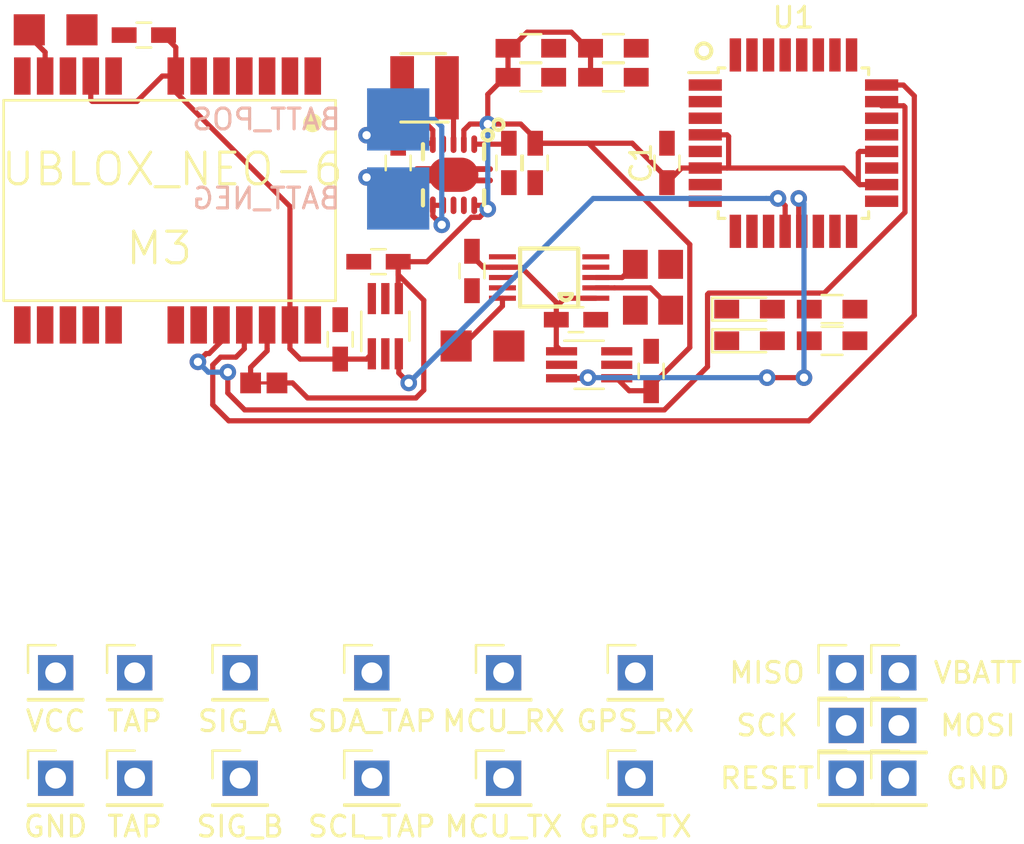
<source format=kicad_pcb>
(kicad_pcb (version 20171130) (host pcbnew "(5.0.1)-rc2")

  (general
    (thickness 1.6)
    (drawings 3)
    (tracks 180)
    (zones 0)
    (modules 51)
    (nets 33)
  )

  (page A4)
  (layers
    (0 F.Cu signal)
    (31 B.Cu signal)
    (32 B.Adhes user)
    (33 F.Adhes user)
    (34 B.Paste user)
    (35 F.Paste user)
    (36 B.SilkS user)
    (37 F.SilkS user)
    (38 B.Mask user)
    (39 F.Mask user)
    (40 Dwgs.User user)
    (41 Cmts.User user)
    (42 Eco1.User user)
    (43 Eco2.User user)
    (44 Edge.Cuts user)
    (45 Margin user)
    (46 B.CrtYd user)
    (47 F.CrtYd user)
    (48 B.Fab user)
    (49 F.Fab user)
  )

  (setup
    (last_trace_width 0.25)
    (trace_clearance 0.2)
    (zone_clearance 0.508)
    (zone_45_only no)
    (trace_min 0.2)
    (segment_width 0.2)
    (edge_width 0.1)
    (via_size 0.8)
    (via_drill 0.4)
    (via_min_size 0.4)
    (via_min_drill 0.3)
    (uvia_size 0.3)
    (uvia_drill 0.1)
    (uvias_allowed no)
    (uvia_min_size 0.2)
    (uvia_min_drill 0.1)
    (pcb_text_width 0.3)
    (pcb_text_size 1.5 1.5)
    (mod_edge_width 0.15)
    (mod_text_size 1 1)
    (mod_text_width 0.15)
    (pad_size 1.5 1.5)
    (pad_drill 0.6)
    (pad_to_mask_clearance 0)
    (solder_mask_min_width 0.25)
    (aux_axis_origin 0 0)
    (visible_elements 7FFFFFFF)
    (pcbplotparams
      (layerselection 0x010fc_ffffffff)
      (usegerberextensions false)
      (usegerberattributes false)
      (usegerberadvancedattributes false)
      (creategerberjobfile false)
      (excludeedgelayer true)
      (linewidth 0.100000)
      (plotframeref false)
      (viasonmask false)
      (mode 1)
      (useauxorigin false)
      (hpglpennumber 1)
      (hpglpenspeed 20)
      (hpglpendiameter 15.000000)
      (psnegative false)
      (psa4output false)
      (plotreference true)
      (plotvalue true)
      (plotinvisibletext false)
      (padsonsilk false)
      (subtractmaskfromsilk false)
      (outputformat 1)
      (mirror false)
      (drillshape 1)
      (scaleselection 1)
      (outputdirectory ""))
  )

  (net 0 "")
  (net 1 GND)
  (net 2 VCC)
  (net 3 VBATT)
  (net 4 "Net-(C3-Pad1)")
  (net 5 GPS_VCC)
  (net 6 WSPR_VCC)
  (net 7 SER_RXD)
  (net 8 SER_TXD)
  (net 9 SDA)
  (net 10 SCL)
  (net 11 SPI_MISO)
  (net 12 SPI_SCK)
  (net 13 SPI_RESET)
  (net 14 SPI_MOSI)
  (net 15 GPS_SER_OUT)
  (net 16 GPS_SER_IN)
  (net 17 SIG_A)
  (net 18 SIG_B)
  (net 19 GPS_RF_IN)
  (net 20 WSPR_RF_OUT)
  (net 21 "Net-(D1-Pad2)")
  (net 22 "Net-(D2-Pad2)")
  (net 23 "Net-(J1-Pad2)")
  (net 24 "Net-(L1-Pad2)")
  (net 25 GPS_ENABLE)
  (net 26 WSPR_ENABLE)
  (net 27 "Net-(M4-Pad2)")
  (net 28 "Net-(M4-Pad3)")
  (net 29 LED_1)
  (net 30 LED_2)
  (net 31 RESET)
  (net 32 REG_PS_CTL)

  (net_class Default "This is the default net class."
    (clearance 0.2)
    (trace_width 0.25)
    (via_dia 0.8)
    (via_drill 0.4)
    (uvia_dia 0.3)
    (uvia_drill 0.1)
    (add_net GND)
    (add_net GPS_ENABLE)
    (add_net GPS_RF_IN)
    (add_net GPS_SER_IN)
    (add_net GPS_SER_OUT)
    (add_net GPS_VCC)
    (add_net LED_1)
    (add_net LED_2)
    (add_net "Net-(C3-Pad1)")
    (add_net "Net-(D1-Pad2)")
    (add_net "Net-(D2-Pad2)")
    (add_net "Net-(J1-Pad2)")
    (add_net "Net-(L1-Pad2)")
    (add_net "Net-(M4-Pad2)")
    (add_net "Net-(M4-Pad3)")
    (add_net REG_PS_CTL)
    (add_net RESET)
    (add_net SCL)
    (add_net SDA)
    (add_net SER_RXD)
    (add_net SER_TXD)
    (add_net SIG_A)
    (add_net SIG_B)
    (add_net SPI_MISO)
    (add_net SPI_MOSI)
    (add_net SPI_RESET)
    (add_net SPI_SCK)
    (add_net VBATT)
    (add_net VCC)
    (add_net WSPR_ENABLE)
    (add_net WSPR_RF_OUT)
    (add_net WSPR_VCC)
  )

  (module Capacitors_SMD:C_0603_HandSoldering (layer F.Cu) (tedit 58AA848B) (tstamp 5C73D238)
    (at 90.424 69.408 90)
    (descr "Capacitor SMD 0603, hand soldering")
    (tags "capacitor 0603")
    (path /5A6E095C)
    (attr smd)
    (fp_text reference C1 (at 0 -1.25 90) (layer F.SilkS)
      (effects (font (size 1 1) (thickness 0.15)))
    )
    (fp_text value 10uF (at 0 1.5 90) (layer F.Fab)
      (effects (font (size 1 1) (thickness 0.15)))
    )
    (fp_line (start 1.8 0.65) (end -1.8 0.65) (layer F.CrtYd) (width 0.05))
    (fp_line (start 1.8 0.65) (end 1.8 -0.65) (layer F.CrtYd) (width 0.05))
    (fp_line (start -1.8 -0.65) (end -1.8 0.65) (layer F.CrtYd) (width 0.05))
    (fp_line (start -1.8 -0.65) (end 1.8 -0.65) (layer F.CrtYd) (width 0.05))
    (fp_line (start 0.35 0.6) (end -0.35 0.6) (layer F.SilkS) (width 0.12))
    (fp_line (start -0.35 -0.6) (end 0.35 -0.6) (layer F.SilkS) (width 0.12))
    (fp_line (start -0.8 -0.4) (end 0.8 -0.4) (layer F.Fab) (width 0.1))
    (fp_line (start 0.8 -0.4) (end 0.8 0.4) (layer F.Fab) (width 0.1))
    (fp_line (start 0.8 0.4) (end -0.8 0.4) (layer F.Fab) (width 0.1))
    (fp_line (start -0.8 0.4) (end -0.8 -0.4) (layer F.Fab) (width 0.1))
    (fp_text user %R (at 0 -1.25 90) (layer F.Fab)
      (effects (font (size 1 1) (thickness 0.15)))
    )
    (pad 2 smd rect (at 0.95 0 90) (size 1.2 0.75) (layers F.Cu F.Paste F.Mask)
      (net 1 GND))
    (pad 1 smd rect (at -0.95 0 90) (size 1.2 0.75) (layers F.Cu F.Paste F.Mask)
      (net 2 VCC))
    (model Capacitors_SMD.3dshapes/C_0603.wrl
      (at (xyz 0 0 0))
      (scale (xyz 1 1 1))
      (rotate (xyz 0 0 0))
    )
  )

  (module Capacitors_SMD:C_0603_HandSoldering (layer F.Cu) (tedit 5C6E38C4) (tstamp 5C73D249)
    (at 77.47 69.408 270)
    (descr "Capacitor SMD 0603, hand soldering")
    (tags "capacitor 0603")
    (path /5A6CFD77)
    (attr smd)
    (fp_text reference C2 (at 0 -1.25 270) (layer F.SilkS) hide
      (effects (font (size 1 1) (thickness 0.15)))
    )
    (fp_text value 10uF (at 0 1.5 270) (layer F.Fab) hide
      (effects (font (size 1 1) (thickness 0.15)))
    )
    (fp_text user %R (at 0 -1.25 270) (layer F.Fab) hide
      (effects (font (size 1 1) (thickness 0.15)))
    )
    (fp_line (start -0.8 0.4) (end -0.8 -0.4) (layer F.Fab) (width 0.1))
    (fp_line (start 0.8 0.4) (end -0.8 0.4) (layer F.Fab) (width 0.1))
    (fp_line (start 0.8 -0.4) (end 0.8 0.4) (layer F.Fab) (width 0.1))
    (fp_line (start -0.8 -0.4) (end 0.8 -0.4) (layer F.Fab) (width 0.1))
    (fp_line (start -0.35 -0.6) (end 0.35 -0.6) (layer F.SilkS) (width 0.12))
    (fp_line (start 0.35 0.6) (end -0.35 0.6) (layer F.SilkS) (width 0.12))
    (fp_line (start -1.8 -0.65) (end 1.8 -0.65) (layer F.CrtYd) (width 0.05))
    (fp_line (start -1.8 -0.65) (end -1.8 0.65) (layer F.CrtYd) (width 0.05))
    (fp_line (start 1.8 0.65) (end 1.8 -0.65) (layer F.CrtYd) (width 0.05))
    (fp_line (start 1.8 0.65) (end -1.8 0.65) (layer F.CrtYd) (width 0.05))
    (pad 1 smd rect (at -0.95 0 270) (size 1.2 0.75) (layers F.Cu F.Paste F.Mask)
      (net 3 VBATT))
    (pad 2 smd rect (at 0.95 0 270) (size 1.2 0.75) (layers F.Cu F.Paste F.Mask)
      (net 1 GND))
    (model Capacitors_SMD.3dshapes/C_0603.wrl
      (at (xyz 0 0 0))
      (scale (xyz 1 1 1))
      (rotate (xyz 0 0 0))
    )
  )

  (module Capacitors_SMD:C_0603_HandSoldering (layer F.Cu) (tedit 5C6E38D1) (tstamp 5C73D25A)
    (at 82.804 69.408 270)
    (descr "Capacitor SMD 0603, hand soldering")
    (tags "capacitor 0603")
    (path /5A6D02A3)
    (attr smd)
    (fp_text reference C3 (at 0 -1.25 270) (layer F.SilkS) hide
      (effects (font (size 1 1) (thickness 0.15)))
    )
    (fp_text value 10uF (at 0 1.5 270) (layer F.Fab) hide
      (effects (font (size 1 1) (thickness 0.15)))
    )
    (fp_line (start 1.8 0.65) (end -1.8 0.65) (layer F.CrtYd) (width 0.05))
    (fp_line (start 1.8 0.65) (end 1.8 -0.65) (layer F.CrtYd) (width 0.05))
    (fp_line (start -1.8 -0.65) (end -1.8 0.65) (layer F.CrtYd) (width 0.05))
    (fp_line (start -1.8 -0.65) (end 1.8 -0.65) (layer F.CrtYd) (width 0.05))
    (fp_line (start 0.35 0.6) (end -0.35 0.6) (layer F.SilkS) (width 0.12))
    (fp_line (start -0.35 -0.6) (end 0.35 -0.6) (layer F.SilkS) (width 0.12))
    (fp_line (start -0.8 -0.4) (end 0.8 -0.4) (layer F.Fab) (width 0.1))
    (fp_line (start 0.8 -0.4) (end 0.8 0.4) (layer F.Fab) (width 0.1))
    (fp_line (start 0.8 0.4) (end -0.8 0.4) (layer F.Fab) (width 0.1))
    (fp_line (start -0.8 0.4) (end -0.8 -0.4) (layer F.Fab) (width 0.1))
    (fp_text user %R (at 0 -1.25 270) (layer F.Fab) hide
      (effects (font (size 1 1) (thickness 0.15)))
    )
    (pad 2 smd rect (at 0.95 0 270) (size 1.2 0.75) (layers F.Cu F.Paste F.Mask)
      (net 1 GND))
    (pad 1 smd rect (at -0.95 0 270) (size 1.2 0.75) (layers F.Cu F.Paste F.Mask)
      (net 4 "Net-(C3-Pad1)"))
    (model Capacitors_SMD.3dshapes/C_0603.wrl
      (at (xyz 0 0 0))
      (scale (xyz 1 1 1))
      (rotate (xyz 0 0 0))
    )
  )

  (module Capacitors_SMD:C_0603_HandSoldering (layer F.Cu) (tedit 5C6E38DD) (tstamp 5C73D26B)
    (at 84.074 69.408 270)
    (descr "Capacitor SMD 0603, hand soldering")
    (tags "capacitor 0603")
    (path /5A6D031D)
    (attr smd)
    (fp_text reference C4 (at 0 -1.25 270) (layer F.SilkS) hide
      (effects (font (size 1 1) (thickness 0.15)))
    )
    (fp_text value 10uF (at 0 1.5 270) (layer F.Fab) hide
      (effects (font (size 1 1) (thickness 0.15)))
    )
    (fp_text user %R (at 0 -1.25 270) (layer F.Fab) hide
      (effects (font (size 1 1) (thickness 0.15)))
    )
    (fp_line (start -0.8 0.4) (end -0.8 -0.4) (layer F.Fab) (width 0.1))
    (fp_line (start 0.8 0.4) (end -0.8 0.4) (layer F.Fab) (width 0.1))
    (fp_line (start 0.8 -0.4) (end 0.8 0.4) (layer F.Fab) (width 0.1))
    (fp_line (start -0.8 -0.4) (end 0.8 -0.4) (layer F.Fab) (width 0.1))
    (fp_line (start -0.35 -0.6) (end 0.35 -0.6) (layer F.SilkS) (width 0.12))
    (fp_line (start 0.35 0.6) (end -0.35 0.6) (layer F.SilkS) (width 0.12))
    (fp_line (start -1.8 -0.65) (end 1.8 -0.65) (layer F.CrtYd) (width 0.05))
    (fp_line (start -1.8 -0.65) (end -1.8 0.65) (layer F.CrtYd) (width 0.05))
    (fp_line (start 1.8 0.65) (end 1.8 -0.65) (layer F.CrtYd) (width 0.05))
    (fp_line (start 1.8 0.65) (end -1.8 0.65) (layer F.CrtYd) (width 0.05))
    (pad 1 smd rect (at -0.95 0 270) (size 1.2 0.75) (layers F.Cu F.Paste F.Mask)
      (net 2 VCC))
    (pad 2 smd rect (at 0.95 0 270) (size 1.2 0.75) (layers F.Cu F.Paste F.Mask)
      (net 1 GND))
    (model Capacitors_SMD.3dshapes/C_0603.wrl
      (at (xyz 0 0 0))
      (scale (xyz 1 1 1))
      (rotate (xyz 0 0 0))
    )
  )

  (module Capacitors_SMD:C_0603_HandSoldering (layer F.Cu) (tedit 5C6E3868) (tstamp 5C73D27C)
    (at 74.676 77.912 90)
    (descr "Capacitor SMD 0603, hand soldering")
    (tags "capacitor 0603")
    (path /5A6E92CE)
    (attr smd)
    (fp_text reference C5 (at 0 -1.25 90) (layer F.SilkS) hide
      (effects (font (size 1 1) (thickness 0.15)))
    )
    (fp_text value 10uF (at 0 1.5 90) (layer F.Fab)
      (effects (font (size 1 1) (thickness 0.15)))
    )
    (fp_text user %R (at 0 -1.25 90) (layer F.Fab) hide
      (effects (font (size 1 1) (thickness 0.15)))
    )
    (fp_line (start -0.8 0.4) (end -0.8 -0.4) (layer F.Fab) (width 0.1))
    (fp_line (start 0.8 0.4) (end -0.8 0.4) (layer F.Fab) (width 0.1))
    (fp_line (start 0.8 -0.4) (end 0.8 0.4) (layer F.Fab) (width 0.1))
    (fp_line (start -0.8 -0.4) (end 0.8 -0.4) (layer F.Fab) (width 0.1))
    (fp_line (start -0.35 -0.6) (end 0.35 -0.6) (layer F.SilkS) (width 0.12))
    (fp_line (start 0.35 0.6) (end -0.35 0.6) (layer F.SilkS) (width 0.12))
    (fp_line (start -1.8 -0.65) (end 1.8 -0.65) (layer F.CrtYd) (width 0.05))
    (fp_line (start -1.8 -0.65) (end -1.8 0.65) (layer F.CrtYd) (width 0.05))
    (fp_line (start 1.8 0.65) (end 1.8 -0.65) (layer F.CrtYd) (width 0.05))
    (fp_line (start 1.8 0.65) (end -1.8 0.65) (layer F.CrtYd) (width 0.05))
    (pad 1 smd rect (at -0.95 0 90) (size 1.2 0.75) (layers F.Cu F.Paste F.Mask)
      (net 5 GPS_VCC))
    (pad 2 smd rect (at 0.95 0 90) (size 1.2 0.75) (layers F.Cu F.Paste F.Mask)
      (net 1 GND))
    (model Capacitors_SMD.3dshapes/C_0603.wrl
      (at (xyz 0 0 0))
      (scale (xyz 1 1 1))
      (rotate (xyz 0 0 0))
    )
  )

  (module Capacitors_SMD:C_0603_HandSoldering (layer F.Cu) (tedit 5C6E3856) (tstamp 5C73D28D)
    (at 76.52 74.168)
    (descr "Capacitor SMD 0603, hand soldering")
    (tags "capacitor 0603")
    (path /5C6F02CA)
    (attr smd)
    (fp_text reference C6 (at 0 -1.25) (layer F.SilkS) hide
      (effects (font (size 1 1) (thickness 0.15)))
    )
    (fp_text value 10uF (at 0 1.5) (layer F.Fab)
      (effects (font (size 1 1) (thickness 0.15)))
    )
    (fp_text user %R (at 0 -1.25) (layer F.Fab)
      (effects (font (size 1 1) (thickness 0.15)))
    )
    (fp_line (start -0.8 0.4) (end -0.8 -0.4) (layer F.Fab) (width 0.1))
    (fp_line (start 0.8 0.4) (end -0.8 0.4) (layer F.Fab) (width 0.1))
    (fp_line (start 0.8 -0.4) (end 0.8 0.4) (layer F.Fab) (width 0.1))
    (fp_line (start -0.8 -0.4) (end 0.8 -0.4) (layer F.Fab) (width 0.1))
    (fp_line (start -0.35 -0.6) (end 0.35 -0.6) (layer F.SilkS) (width 0.12))
    (fp_line (start 0.35 0.6) (end -0.35 0.6) (layer F.SilkS) (width 0.12))
    (fp_line (start -1.8 -0.65) (end 1.8 -0.65) (layer F.CrtYd) (width 0.05))
    (fp_line (start -1.8 -0.65) (end -1.8 0.65) (layer F.CrtYd) (width 0.05))
    (fp_line (start 1.8 0.65) (end 1.8 -0.65) (layer F.CrtYd) (width 0.05))
    (fp_line (start 1.8 0.65) (end -1.8 0.65) (layer F.CrtYd) (width 0.05))
    (pad 1 smd rect (at -0.95 0) (size 1.2 0.75) (layers F.Cu F.Paste F.Mask)
      (net 1 GND))
    (pad 2 smd rect (at 0.95 0) (size 1.2 0.75) (layers F.Cu F.Paste F.Mask)
      (net 2 VCC))
    (model Capacitors_SMD.3dshapes/C_0603.wrl
      (at (xyz 0 0 0))
      (scale (xyz 1 1 1))
      (rotate (xyz 0 0 0))
    )
  )

  (module Capacitors_SMD:C_0603_HandSoldering (layer F.Cu) (tedit 5C6E3703) (tstamp 5C6E80C4)
    (at 86.04 76.962)
    (descr "Capacitor SMD 0603, hand soldering")
    (tags "capacitor 0603")
    (path /5AD340A7)
    (attr smd)
    (fp_text reference C7 (at 0 -1.25) (layer F.SilkS) hide
      (effects (font (size 1 1) (thickness 0.15)))
    )
    (fp_text value 10uF (at 0 1.5) (layer F.Fab) hide
      (effects (font (size 1 1) (thickness 0.15)))
    )
    (fp_text user %R (at 0 -1.25) (layer F.Fab)
      (effects (font (size 1 1) (thickness 0.15)))
    )
    (fp_line (start -0.8 0.4) (end -0.8 -0.4) (layer F.Fab) (width 0.1))
    (fp_line (start 0.8 0.4) (end -0.8 0.4) (layer F.Fab) (width 0.1))
    (fp_line (start 0.8 -0.4) (end 0.8 0.4) (layer F.Fab) (width 0.1))
    (fp_line (start -0.8 -0.4) (end 0.8 -0.4) (layer F.Fab) (width 0.1))
    (fp_line (start -0.35 -0.6) (end 0.35 -0.6) (layer F.SilkS) (width 0.12))
    (fp_line (start 0.35 0.6) (end -0.35 0.6) (layer F.SilkS) (width 0.12))
    (fp_line (start -1.8 -0.65) (end 1.8 -0.65) (layer F.CrtYd) (width 0.05))
    (fp_line (start -1.8 -0.65) (end -1.8 0.65) (layer F.CrtYd) (width 0.05))
    (fp_line (start 1.8 0.65) (end 1.8 -0.65) (layer F.CrtYd) (width 0.05))
    (fp_line (start 1.8 0.65) (end -1.8 0.65) (layer F.CrtYd) (width 0.05))
    (pad 1 smd rect (at -0.95 0) (size 1.2 0.75) (layers F.Cu F.Paste F.Mask)
      (net 6 WSPR_VCC))
    (pad 2 smd rect (at 0.95 0) (size 1.2 0.75) (layers F.Cu F.Paste F.Mask)
      (net 1 GND))
    (model Capacitors_SMD.3dshapes/C_0603.wrl
      (at (xyz 0 0 0))
      (scale (xyz 1 1 1))
      (rotate (xyz 0 0 0))
    )
  )

  (module Capacitors_SMD:C_0603_HandSoldering (layer F.Cu) (tedit 5C6E36FD) (tstamp 5C6E8124)
    (at 89.662 79.436 270)
    (descr "Capacitor SMD 0603, hand soldering")
    (tags "capacitor 0603")
    (path /5C6FF453)
    (attr smd)
    (fp_text reference C8 (at 0 -1.25 270) (layer F.SilkS) hide
      (effects (font (size 1 1) (thickness 0.15)))
    )
    (fp_text value 10uF (at 0 1.5 270) (layer F.Fab) hide
      (effects (font (size 1 1) (thickness 0.15)))
    )
    (fp_line (start 1.8 0.65) (end -1.8 0.65) (layer F.CrtYd) (width 0.05))
    (fp_line (start 1.8 0.65) (end 1.8 -0.65) (layer F.CrtYd) (width 0.05))
    (fp_line (start -1.8 -0.65) (end -1.8 0.65) (layer F.CrtYd) (width 0.05))
    (fp_line (start -1.8 -0.65) (end 1.8 -0.65) (layer F.CrtYd) (width 0.05))
    (fp_line (start 0.35 0.6) (end -0.35 0.6) (layer F.SilkS) (width 0.12))
    (fp_line (start -0.35 -0.6) (end 0.35 -0.6) (layer F.SilkS) (width 0.12))
    (fp_line (start -0.8 -0.4) (end 0.8 -0.4) (layer F.Fab) (width 0.1))
    (fp_line (start 0.8 -0.4) (end 0.8 0.4) (layer F.Fab) (width 0.1))
    (fp_line (start 0.8 0.4) (end -0.8 0.4) (layer F.Fab) (width 0.1))
    (fp_line (start -0.8 0.4) (end -0.8 -0.4) (layer F.Fab) (width 0.1))
    (fp_text user %R (at 0 -1.25 270) (layer F.Fab) hide
      (effects (font (size 1 1) (thickness 0.15)))
    )
    (pad 2 smd rect (at 0.95 0 270) (size 1.2 0.75) (layers F.Cu F.Paste F.Mask)
      (net 2 VCC))
    (pad 1 smd rect (at -0.95 0 270) (size 1.2 0.75) (layers F.Cu F.Paste F.Mask)
      (net 1 GND))
    (model Capacitors_SMD.3dshapes/C_0603.wrl
      (at (xyz 0 0 0))
      (scale (xyz 1 1 1))
      (rotate (xyz 0 0 0))
    )
  )

  (module Capacitors_SMD:C_0603_HandSoldering (layer F.Cu) (tedit 5C6E3894) (tstamp 5C73D2C0)
    (at 65.212 63.246)
    (descr "Capacitor SMD 0603, hand soldering")
    (tags "capacitor 0603")
    (path /5A6EB557)
    (attr smd)
    (fp_text reference C9 (at 0 -1.25) (layer F.SilkS) hide
      (effects (font (size 1 1) (thickness 0.15)))
    )
    (fp_text value 10uF (at 0 1.5) (layer F.Fab) hide
      (effects (font (size 1 1) (thickness 0.15)))
    )
    (fp_line (start 1.8 0.65) (end -1.8 0.65) (layer F.CrtYd) (width 0.05))
    (fp_line (start 1.8 0.65) (end 1.8 -0.65) (layer F.CrtYd) (width 0.05))
    (fp_line (start -1.8 -0.65) (end -1.8 0.65) (layer F.CrtYd) (width 0.05))
    (fp_line (start -1.8 -0.65) (end 1.8 -0.65) (layer F.CrtYd) (width 0.05))
    (fp_line (start 0.35 0.6) (end -0.35 0.6) (layer F.SilkS) (width 0.12))
    (fp_line (start -0.35 -0.6) (end 0.35 -0.6) (layer F.SilkS) (width 0.12))
    (fp_line (start -0.8 -0.4) (end 0.8 -0.4) (layer F.Fab) (width 0.1))
    (fp_line (start 0.8 -0.4) (end 0.8 0.4) (layer F.Fab) (width 0.1))
    (fp_line (start 0.8 0.4) (end -0.8 0.4) (layer F.Fab) (width 0.1))
    (fp_line (start -0.8 0.4) (end -0.8 -0.4) (layer F.Fab) (width 0.1))
    (fp_text user %R (at 0 -1.25) (layer F.Fab) hide
      (effects (font (size 1 1) (thickness 0.15)))
    )
    (pad 2 smd rect (at 0.95 0) (size 1.2 0.75) (layers F.Cu F.Paste F.Mask)
      (net 5 GPS_VCC))
    (pad 1 smd rect (at -0.95 0) (size 1.2 0.75) (layers F.Cu F.Paste F.Mask)
      (net 1 GND))
    (model Capacitors_SMD.3dshapes/C_0603.wrl
      (at (xyz 0 0 0))
      (scale (xyz 1 1 1))
      (rotate (xyz 0 0 0))
    )
  )

  (module Capacitors_SMD:C_0603_HandSoldering (layer F.Cu) (tedit 5C6E36ED) (tstamp 5C6E80F4)
    (at 81.026 74.615 90)
    (descr "Capacitor SMD 0603, hand soldering")
    (tags "capacitor 0603")
    (path /5AD34AAF)
    (attr smd)
    (fp_text reference C10 (at 0 -1.25 90) (layer F.SilkS) hide
      (effects (font (size 1 1) (thickness 0.15)))
    )
    (fp_text value 10uF (at 0 1.5 90) (layer F.Fab) hide
      (effects (font (size 1 1) (thickness 0.15)))
    )
    (fp_line (start 1.8 0.65) (end -1.8 0.65) (layer F.CrtYd) (width 0.05))
    (fp_line (start 1.8 0.65) (end 1.8 -0.65) (layer F.CrtYd) (width 0.05))
    (fp_line (start -1.8 -0.65) (end -1.8 0.65) (layer F.CrtYd) (width 0.05))
    (fp_line (start -1.8 -0.65) (end 1.8 -0.65) (layer F.CrtYd) (width 0.05))
    (fp_line (start 0.35 0.6) (end -0.35 0.6) (layer F.SilkS) (width 0.12))
    (fp_line (start -0.35 -0.6) (end 0.35 -0.6) (layer F.SilkS) (width 0.12))
    (fp_line (start -0.8 -0.4) (end 0.8 -0.4) (layer F.Fab) (width 0.1))
    (fp_line (start 0.8 -0.4) (end 0.8 0.4) (layer F.Fab) (width 0.1))
    (fp_line (start 0.8 0.4) (end -0.8 0.4) (layer F.Fab) (width 0.1))
    (fp_line (start -0.8 0.4) (end -0.8 -0.4) (layer F.Fab) (width 0.1))
    (fp_text user %R (at 0 -1.25 90) (layer F.Fab) hide
      (effects (font (size 1 1) (thickness 0.15)))
    )
    (pad 2 smd rect (at 0.95 0 90) (size 1.2 0.75) (layers F.Cu F.Paste F.Mask)
      (net 6 WSPR_VCC))
    (pad 1 smd rect (at -0.95 0 90) (size 1.2 0.75) (layers F.Cu F.Paste F.Mask)
      (net 1 GND))
    (model Capacitors_SMD.3dshapes/C_0603.wrl
      (at (xyz 0 0 0))
      (scale (xyz 1 1 1))
      (rotate (xyz 0 0 0))
    )
  )

  (module Measurement_Points:Measurement_Point_Square-SMD-Pad_Big (layer B.Cu) (tedit 5C6E41B5) (tstamp 5C73D2DA)
    (at 77.47 71.12)
    (descr "Mesurement Point, Square, SMD Pad,  3mm x 3mm,")
    (tags "Mesurement Point Square SMD Pad 3x3mm")
    (path /5AD41BB5)
    (attr virtual)
    (fp_text reference CONN1 (at 0 3) (layer B.SilkS) hide
      (effects (font (size 1 1) (thickness 0.15)) (justify mirror))
    )
    (fp_text value BATT_NEG (at -6.35 0) (layer B.SilkS)
      (effects (font (size 1 1) (thickness 0.15)) (justify mirror))
    )
    (fp_line (start -1.75 -1.75) (end -1.75 1.75) (layer B.CrtYd) (width 0.05))
    (fp_line (start 1.75 -1.75) (end -1.75 -1.75) (layer B.CrtYd) (width 0.05))
    (fp_line (start 1.75 1.75) (end 1.75 -1.75) (layer B.CrtYd) (width 0.05))
    (fp_line (start -1.75 1.75) (end 1.75 1.75) (layer B.CrtYd) (width 0.05))
    (pad 1 smd rect (at 0 0) (size 3 3) (layers B.Cu B.Mask)
      (net 1 GND))
  )

  (module Measurement_Points:Measurement_Point_Square-SMD-Pad_Big (layer B.Cu) (tedit 5C6E41BC) (tstamp 5C73D2E3)
    (at 77.47 67.31)
    (descr "Mesurement Point, Square, SMD Pad,  3mm x 3mm,")
    (tags "Mesurement Point Square SMD Pad 3x3mm")
    (path /5AD416B9)
    (attr virtual)
    (fp_text reference CONN2 (at 0 3) (layer B.SilkS) hide
      (effects (font (size 1 1) (thickness 0.15)) (justify mirror))
    )
    (fp_text value BATT_POS (at -6.35 0) (layer B.SilkS)
      (effects (font (size 1 1) (thickness 0.15)) (justify mirror))
    )
    (fp_line (start -1.75 1.75) (end 1.75 1.75) (layer B.CrtYd) (width 0.05))
    (fp_line (start 1.75 1.75) (end 1.75 -1.75) (layer B.CrtYd) (width 0.05))
    (fp_line (start 1.75 -1.75) (end -1.75 -1.75) (layer B.CrtYd) (width 0.05))
    (fp_line (start -1.75 -1.75) (end -1.75 1.75) (layer B.CrtYd) (width 0.05))
    (pad 1 smd rect (at 0 0) (size 3 3) (layers B.Cu B.Mask)
      (net 3 VBATT))
  )

  (module Socket_Strips:Socket_Strip_Straight_1x01_Pitch2.54mm (layer F.Cu) (tedit 5C6E3F0E) (tstamp 5C7427E0)
    (at 60.96 93.98)
    (descr "Through hole straight socket strip, 1x01, 2.54mm pitch, single row")
    (tags "Through hole socket strip THT 1x01 2.54mm single row")
    (path /5C713AD8)
    (fp_text reference CONN3 (at 0 -2.33) (layer F.SilkS) hide
      (effects (font (size 1 1) (thickness 0.15)))
    )
    (fp_text value VCC (at 0 2.33) (layer F.SilkS)
      (effects (font (size 1 1) (thickness 0.15)))
    )
    (fp_line (start -1.27 -1.27) (end -1.27 1.27) (layer F.Fab) (width 0.1))
    (fp_line (start -1.27 1.27) (end 1.27 1.27) (layer F.Fab) (width 0.1))
    (fp_line (start 1.27 1.27) (end 1.27 -1.27) (layer F.Fab) (width 0.1))
    (fp_line (start 1.27 -1.27) (end -1.27 -1.27) (layer F.Fab) (width 0.1))
    (fp_line (start -1.33 1.27) (end -1.33 1.33) (layer F.SilkS) (width 0.12))
    (fp_line (start -1.33 1.33) (end 1.33 1.33) (layer F.SilkS) (width 0.12))
    (fp_line (start 1.33 1.33) (end 1.33 1.27) (layer F.SilkS) (width 0.12))
    (fp_line (start 1.33 1.27) (end -1.33 1.27) (layer F.SilkS) (width 0.12))
    (fp_line (start -1.33 0) (end -1.33 -1.33) (layer F.SilkS) (width 0.12))
    (fp_line (start -1.33 -1.33) (end 0 -1.33) (layer F.SilkS) (width 0.12))
    (fp_line (start -1.8 -1.8) (end -1.8 1.8) (layer F.CrtYd) (width 0.05))
    (fp_line (start -1.8 1.8) (end 1.8 1.8) (layer F.CrtYd) (width 0.05))
    (fp_line (start 1.8 1.8) (end 1.8 -1.8) (layer F.CrtYd) (width 0.05))
    (fp_line (start 1.8 -1.8) (end -1.8 -1.8) (layer F.CrtYd) (width 0.05))
    (fp_text user %R (at 0 -2.33) (layer F.Fab)
      (effects (font (size 1 1) (thickness 0.15)))
    )
    (pad 1 thru_hole rect (at 0 0) (size 1.7 1.7) (drill 1) (layers *.Cu *.Mask)
      (net 2 VCC))
    (model ${KISYS3DMOD}/Socket_Strips.3dshapes/Socket_Strip_Straight_1x01_Pitch2.54mm.wrl
      (at (xyz 0 0 0))
      (scale (xyz 1 1 1))
      (rotate (xyz 0 0 270))
    )
  )

  (module Socket_Strips:Socket_Strip_Straight_1x01_Pitch2.54mm (layer F.Cu) (tedit 5C6E3F16) (tstamp 5C7427A7)
    (at 60.96 99.06)
    (descr "Through hole straight socket strip, 1x01, 2.54mm pitch, single row")
    (tags "Through hole socket strip THT 1x01 2.54mm single row")
    (path /5C713ADF)
    (fp_text reference CONN4 (at 0 -2.33) (layer F.SilkS) hide
      (effects (font (size 1 1) (thickness 0.15)))
    )
    (fp_text value GND (at 0 2.33) (layer F.SilkS)
      (effects (font (size 1 1) (thickness 0.15)))
    )
    (fp_line (start -1.27 -1.27) (end -1.27 1.27) (layer F.Fab) (width 0.1))
    (fp_line (start -1.27 1.27) (end 1.27 1.27) (layer F.Fab) (width 0.1))
    (fp_line (start 1.27 1.27) (end 1.27 -1.27) (layer F.Fab) (width 0.1))
    (fp_line (start 1.27 -1.27) (end -1.27 -1.27) (layer F.Fab) (width 0.1))
    (fp_line (start -1.33 1.27) (end -1.33 1.33) (layer F.SilkS) (width 0.12))
    (fp_line (start -1.33 1.33) (end 1.33 1.33) (layer F.SilkS) (width 0.12))
    (fp_line (start 1.33 1.33) (end 1.33 1.27) (layer F.SilkS) (width 0.12))
    (fp_line (start 1.33 1.27) (end -1.33 1.27) (layer F.SilkS) (width 0.12))
    (fp_line (start -1.33 0) (end -1.33 -1.33) (layer F.SilkS) (width 0.12))
    (fp_line (start -1.33 -1.33) (end 0 -1.33) (layer F.SilkS) (width 0.12))
    (fp_line (start -1.8 -1.8) (end -1.8 1.8) (layer F.CrtYd) (width 0.05))
    (fp_line (start -1.8 1.8) (end 1.8 1.8) (layer F.CrtYd) (width 0.05))
    (fp_line (start 1.8 1.8) (end 1.8 -1.8) (layer F.CrtYd) (width 0.05))
    (fp_line (start 1.8 -1.8) (end -1.8 -1.8) (layer F.CrtYd) (width 0.05))
    (fp_text user %R (at 0 -2.33) (layer F.Fab) hide
      (effects (font (size 1 1) (thickness 0.15)))
    )
    (pad 1 thru_hole rect (at 0 0) (size 1.7 1.7) (drill 1) (layers *.Cu *.Mask)
      (net 1 GND))
    (model ${KISYS3DMOD}/Socket_Strips.3dshapes/Socket_Strip_Straight_1x01_Pitch2.54mm.wrl
      (at (xyz 0 0 0))
      (scale (xyz 1 1 1))
      (rotate (xyz 0 0 270))
    )
  )

  (module Socket_Strips:Socket_Strip_Straight_1x01_Pitch2.54mm (layer F.Cu) (tedit 5C6E407E) (tstamp 5C74265E)
    (at 82.55 93.98)
    (descr "Through hole straight socket strip, 1x01, 2.54mm pitch, single row")
    (tags "Through hole socket strip THT 1x01 2.54mm single row")
    (path /5AD4A015)
    (fp_text reference CONN5 (at 0 -2.33) (layer F.SilkS) hide
      (effects (font (size 1 1) (thickness 0.15)))
    )
    (fp_text value MCU_RX (at 0 2.33) (layer F.SilkS)
      (effects (font (size 1 1) (thickness 0.15)))
    )
    (fp_line (start -1.27 -1.27) (end -1.27 1.27) (layer F.Fab) (width 0.1))
    (fp_line (start -1.27 1.27) (end 1.27 1.27) (layer F.Fab) (width 0.1))
    (fp_line (start 1.27 1.27) (end 1.27 -1.27) (layer F.Fab) (width 0.1))
    (fp_line (start 1.27 -1.27) (end -1.27 -1.27) (layer F.Fab) (width 0.1))
    (fp_line (start -1.33 1.27) (end -1.33 1.33) (layer F.SilkS) (width 0.12))
    (fp_line (start -1.33 1.33) (end 1.33 1.33) (layer F.SilkS) (width 0.12))
    (fp_line (start 1.33 1.33) (end 1.33 1.27) (layer F.SilkS) (width 0.12))
    (fp_line (start 1.33 1.27) (end -1.33 1.27) (layer F.SilkS) (width 0.12))
    (fp_line (start -1.33 0) (end -1.33 -1.33) (layer F.SilkS) (width 0.12))
    (fp_line (start -1.33 -1.33) (end 0 -1.33) (layer F.SilkS) (width 0.12))
    (fp_line (start -1.8 -1.8) (end -1.8 1.8) (layer F.CrtYd) (width 0.05))
    (fp_line (start -1.8 1.8) (end 1.8 1.8) (layer F.CrtYd) (width 0.05))
    (fp_line (start 1.8 1.8) (end 1.8 -1.8) (layer F.CrtYd) (width 0.05))
    (fp_line (start 1.8 -1.8) (end -1.8 -1.8) (layer F.CrtYd) (width 0.05))
    (fp_text user %R (at 0 -2.33) (layer F.Fab)
      (effects (font (size 1 1) (thickness 0.15)))
    )
    (pad 1 thru_hole rect (at 0 0) (size 1.7 1.7) (drill 1) (layers *.Cu *.Mask)
      (net 7 SER_RXD))
    (model ${KISYS3DMOD}/Socket_Strips.3dshapes/Socket_Strip_Straight_1x01_Pitch2.54mm.wrl
      (at (xyz 0 0 0))
      (scale (xyz 1 1 1))
      (rotate (xyz 0 0 270))
    )
  )

  (module Socket_Strips:Socket_Strip_Straight_1x01_Pitch2.54mm (layer F.Cu) (tedit 5C6E4082) (tstamp 5C742625)
    (at 82.55 99.06)
    (descr "Through hole straight socket strip, 1x01, 2.54mm pitch, single row")
    (tags "Through hole socket strip THT 1x01 2.54mm single row")
    (path /5AD4A01B)
    (fp_text reference CONN6 (at 0 -2.33) (layer F.SilkS) hide
      (effects (font (size 1 1) (thickness 0.15)))
    )
    (fp_text value MCU_TX (at 0 2.33) (layer F.SilkS)
      (effects (font (size 1 1) (thickness 0.15)))
    )
    (fp_text user %R (at 0 -2.33) (layer F.Fab)
      (effects (font (size 1 1) (thickness 0.15)))
    )
    (fp_line (start 1.8 -1.8) (end -1.8 -1.8) (layer F.CrtYd) (width 0.05))
    (fp_line (start 1.8 1.8) (end 1.8 -1.8) (layer F.CrtYd) (width 0.05))
    (fp_line (start -1.8 1.8) (end 1.8 1.8) (layer F.CrtYd) (width 0.05))
    (fp_line (start -1.8 -1.8) (end -1.8 1.8) (layer F.CrtYd) (width 0.05))
    (fp_line (start -1.33 -1.33) (end 0 -1.33) (layer F.SilkS) (width 0.12))
    (fp_line (start -1.33 0) (end -1.33 -1.33) (layer F.SilkS) (width 0.12))
    (fp_line (start 1.33 1.27) (end -1.33 1.27) (layer F.SilkS) (width 0.12))
    (fp_line (start 1.33 1.33) (end 1.33 1.27) (layer F.SilkS) (width 0.12))
    (fp_line (start -1.33 1.33) (end 1.33 1.33) (layer F.SilkS) (width 0.12))
    (fp_line (start -1.33 1.27) (end -1.33 1.33) (layer F.SilkS) (width 0.12))
    (fp_line (start 1.27 -1.27) (end -1.27 -1.27) (layer F.Fab) (width 0.1))
    (fp_line (start 1.27 1.27) (end 1.27 -1.27) (layer F.Fab) (width 0.1))
    (fp_line (start -1.27 1.27) (end 1.27 1.27) (layer F.Fab) (width 0.1))
    (fp_line (start -1.27 -1.27) (end -1.27 1.27) (layer F.Fab) (width 0.1))
    (pad 1 thru_hole rect (at 0 0) (size 1.7 1.7) (drill 1) (layers *.Cu *.Mask)
      (net 8 SER_TXD))
    (model ${KISYS3DMOD}/Socket_Strips.3dshapes/Socket_Strip_Straight_1x01_Pitch2.54mm.wrl
      (at (xyz 0 0 0))
      (scale (xyz 1 1 1))
      (rotate (xyz 0 0 270))
    )
  )

  (module Socket_Strips:Socket_Strip_Straight_1x01_Pitch2.54mm (layer F.Cu) (tedit 5C6E3F1B) (tstamp 5C73D347)
    (at 64.77 93.98)
    (descr "Through hole straight socket strip, 1x01, 2.54mm pitch, single row")
    (tags "Through hole socket strip THT 1x01 2.54mm single row")
    (path /5AD5DC66)
    (fp_text reference CONN7 (at 0 -2.33) (layer F.SilkS) hide
      (effects (font (size 1 1) (thickness 0.15)))
    )
    (fp_text value TAP (at 0 2.33) (layer F.SilkS)
      (effects (font (size 1 1) (thickness 0.15)))
    )
    (fp_text user %R (at 0 -2.33) (layer F.Fab)
      (effects (font (size 1 1) (thickness 0.15)))
    )
    (fp_line (start 1.8 -1.8) (end -1.8 -1.8) (layer F.CrtYd) (width 0.05))
    (fp_line (start 1.8 1.8) (end 1.8 -1.8) (layer F.CrtYd) (width 0.05))
    (fp_line (start -1.8 1.8) (end 1.8 1.8) (layer F.CrtYd) (width 0.05))
    (fp_line (start -1.8 -1.8) (end -1.8 1.8) (layer F.CrtYd) (width 0.05))
    (fp_line (start -1.33 -1.33) (end 0 -1.33) (layer F.SilkS) (width 0.12))
    (fp_line (start -1.33 0) (end -1.33 -1.33) (layer F.SilkS) (width 0.12))
    (fp_line (start 1.33 1.27) (end -1.33 1.27) (layer F.SilkS) (width 0.12))
    (fp_line (start 1.33 1.33) (end 1.33 1.27) (layer F.SilkS) (width 0.12))
    (fp_line (start -1.33 1.33) (end 1.33 1.33) (layer F.SilkS) (width 0.12))
    (fp_line (start -1.33 1.27) (end -1.33 1.33) (layer F.SilkS) (width 0.12))
    (fp_line (start 1.27 -1.27) (end -1.27 -1.27) (layer F.Fab) (width 0.1))
    (fp_line (start 1.27 1.27) (end 1.27 -1.27) (layer F.Fab) (width 0.1))
    (fp_line (start -1.27 1.27) (end 1.27 1.27) (layer F.Fab) (width 0.1))
    (fp_line (start -1.27 -1.27) (end -1.27 1.27) (layer F.Fab) (width 0.1))
    (pad 1 thru_hole rect (at 0 0) (size 1.7 1.7) (drill 1) (layers *.Cu *.Mask)
      (net 2 VCC))
    (model ${KISYS3DMOD}/Socket_Strips.3dshapes/Socket_Strip_Straight_1x01_Pitch2.54mm.wrl
      (at (xyz 0 0 0))
      (scale (xyz 1 1 1))
      (rotate (xyz 0 0 270))
    )
  )

  (module Socket_Strips:Socket_Strip_Straight_1x01_Pitch2.54mm (layer F.Cu) (tedit 5C6E3F22) (tstamp 5C73D35B)
    (at 64.77 99.06)
    (descr "Through hole straight socket strip, 1x01, 2.54mm pitch, single row")
    (tags "Through hole socket strip THT 1x01 2.54mm single row")
    (path /5C711443)
    (fp_text reference CONN8 (at 0 -2.33) (layer F.SilkS) hide
      (effects (font (size 1 1) (thickness 0.15)))
    )
    (fp_text value TAP (at 0 2.33) (layer F.SilkS)
      (effects (font (size 1 1) (thickness 0.15)))
    )
    (fp_text user %R (at 0 -2.33) (layer F.Fab)
      (effects (font (size 1 1) (thickness 0.15)))
    )
    (fp_line (start 1.8 -1.8) (end -1.8 -1.8) (layer F.CrtYd) (width 0.05))
    (fp_line (start 1.8 1.8) (end 1.8 -1.8) (layer F.CrtYd) (width 0.05))
    (fp_line (start -1.8 1.8) (end 1.8 1.8) (layer F.CrtYd) (width 0.05))
    (fp_line (start -1.8 -1.8) (end -1.8 1.8) (layer F.CrtYd) (width 0.05))
    (fp_line (start -1.33 -1.33) (end 0 -1.33) (layer F.SilkS) (width 0.12))
    (fp_line (start -1.33 0) (end -1.33 -1.33) (layer F.SilkS) (width 0.12))
    (fp_line (start 1.33 1.27) (end -1.33 1.27) (layer F.SilkS) (width 0.12))
    (fp_line (start 1.33 1.33) (end 1.33 1.27) (layer F.SilkS) (width 0.12))
    (fp_line (start -1.33 1.33) (end 1.33 1.33) (layer F.SilkS) (width 0.12))
    (fp_line (start -1.33 1.27) (end -1.33 1.33) (layer F.SilkS) (width 0.12))
    (fp_line (start 1.27 -1.27) (end -1.27 -1.27) (layer F.Fab) (width 0.1))
    (fp_line (start 1.27 1.27) (end 1.27 -1.27) (layer F.Fab) (width 0.1))
    (fp_line (start -1.27 1.27) (end 1.27 1.27) (layer F.Fab) (width 0.1))
    (fp_line (start -1.27 -1.27) (end -1.27 1.27) (layer F.Fab) (width 0.1))
    (pad 1 thru_hole rect (at 0 0) (size 1.7 1.7) (drill 1) (layers *.Cu *.Mask)
      (net 1 GND))
    (model ${KISYS3DMOD}/Socket_Strips.3dshapes/Socket_Strip_Straight_1x01_Pitch2.54mm.wrl
      (at (xyz 0 0 0))
      (scale (xyz 1 1 1))
      (rotate (xyz 0 0 270))
    )
  )

  (module Socket_Strips:Socket_Strip_Straight_1x01_Pitch2.54mm (layer F.Cu) (tedit 5C6E3D2D) (tstamp 5C73D36F)
    (at 76.2 93.98)
    (descr "Through hole straight socket strip, 1x01, 2.54mm pitch, single row")
    (tags "Through hole socket strip THT 1x01 2.54mm single row")
    (path /5AD561A2)
    (fp_text reference CONN9 (at 0 -2.33) (layer F.SilkS) hide
      (effects (font (size 1 1) (thickness 0.15)))
    )
    (fp_text value SDA_TAP (at 0 2.33) (layer F.SilkS)
      (effects (font (size 1 1) (thickness 0.15)))
    )
    (fp_line (start -1.27 -1.27) (end -1.27 1.27) (layer F.Fab) (width 0.1))
    (fp_line (start -1.27 1.27) (end 1.27 1.27) (layer F.Fab) (width 0.1))
    (fp_line (start 1.27 1.27) (end 1.27 -1.27) (layer F.Fab) (width 0.1))
    (fp_line (start 1.27 -1.27) (end -1.27 -1.27) (layer F.Fab) (width 0.1))
    (fp_line (start -1.33 1.27) (end -1.33 1.33) (layer F.SilkS) (width 0.12))
    (fp_line (start -1.33 1.33) (end 1.33 1.33) (layer F.SilkS) (width 0.12))
    (fp_line (start 1.33 1.33) (end 1.33 1.27) (layer F.SilkS) (width 0.12))
    (fp_line (start 1.33 1.27) (end -1.33 1.27) (layer F.SilkS) (width 0.12))
    (fp_line (start -1.33 0) (end -1.33 -1.33) (layer F.SilkS) (width 0.12))
    (fp_line (start -1.33 -1.33) (end 0 -1.33) (layer F.SilkS) (width 0.12))
    (fp_line (start -1.8 -1.8) (end -1.8 1.8) (layer F.CrtYd) (width 0.05))
    (fp_line (start -1.8 1.8) (end 1.8 1.8) (layer F.CrtYd) (width 0.05))
    (fp_line (start 1.8 1.8) (end 1.8 -1.8) (layer F.CrtYd) (width 0.05))
    (fp_line (start 1.8 -1.8) (end -1.8 -1.8) (layer F.CrtYd) (width 0.05))
    (fp_text user %R (at 0 -2.33) (layer F.Fab)
      (effects (font (size 1 1) (thickness 0.15)))
    )
    (pad 1 thru_hole rect (at 0 0) (size 1.7 1.7) (drill 1) (layers *.Cu *.Mask)
      (net 9 SDA))
    (model ${KISYS3DMOD}/Socket_Strips.3dshapes/Socket_Strip_Straight_1x01_Pitch2.54mm.wrl
      (at (xyz 0 0 0))
      (scale (xyz 1 1 1))
      (rotate (xyz 0 0 270))
    )
  )

  (module Socket_Strips:Socket_Strip_Straight_1x01_Pitch2.54mm (layer F.Cu) (tedit 5C6E3D35) (tstamp 5C73D383)
    (at 76.2 99.06)
    (descr "Through hole straight socket strip, 1x01, 2.54mm pitch, single row")
    (tags "Through hole socket strip THT 1x01 2.54mm single row")
    (path /5AD56ACA)
    (fp_text reference CONN10 (at 0 -2.33) (layer F.SilkS) hide
      (effects (font (size 1 1) (thickness 0.15)))
    )
    (fp_text value SCL_TAP (at 0 2.33) (layer F.SilkS)
      (effects (font (size 1 1) (thickness 0.15)))
    )
    (fp_text user %R (at 0 -2.33) (layer F.Fab)
      (effects (font (size 1 1) (thickness 0.15)))
    )
    (fp_line (start 1.8 -1.8) (end -1.8 -1.8) (layer F.CrtYd) (width 0.05))
    (fp_line (start 1.8 1.8) (end 1.8 -1.8) (layer F.CrtYd) (width 0.05))
    (fp_line (start -1.8 1.8) (end 1.8 1.8) (layer F.CrtYd) (width 0.05))
    (fp_line (start -1.8 -1.8) (end -1.8 1.8) (layer F.CrtYd) (width 0.05))
    (fp_line (start -1.33 -1.33) (end 0 -1.33) (layer F.SilkS) (width 0.12))
    (fp_line (start -1.33 0) (end -1.33 -1.33) (layer F.SilkS) (width 0.12))
    (fp_line (start 1.33 1.27) (end -1.33 1.27) (layer F.SilkS) (width 0.12))
    (fp_line (start 1.33 1.33) (end 1.33 1.27) (layer F.SilkS) (width 0.12))
    (fp_line (start -1.33 1.33) (end 1.33 1.33) (layer F.SilkS) (width 0.12))
    (fp_line (start -1.33 1.27) (end -1.33 1.33) (layer F.SilkS) (width 0.12))
    (fp_line (start 1.27 -1.27) (end -1.27 -1.27) (layer F.Fab) (width 0.1))
    (fp_line (start 1.27 1.27) (end 1.27 -1.27) (layer F.Fab) (width 0.1))
    (fp_line (start -1.27 1.27) (end 1.27 1.27) (layer F.Fab) (width 0.1))
    (fp_line (start -1.27 -1.27) (end -1.27 1.27) (layer F.Fab) (width 0.1))
    (pad 1 thru_hole rect (at 0 0) (size 1.7 1.7) (drill 1) (layers *.Cu *.Mask)
      (net 10 SCL))
    (model ${KISYS3DMOD}/Socket_Strips.3dshapes/Socket_Strip_Straight_1x01_Pitch2.54mm.wrl
      (at (xyz 0 0 0))
      (scale (xyz 1 1 1))
      (rotate (xyz 0 0 270))
    )
  )

  (module Pin_Headers:Pin_Header_Straight_1x01_Pitch2.54mm (layer F.Cu) (tedit 5C6E40DD) (tstamp 5C73D398)
    (at 99.06 93.98)
    (descr "Through hole straight pin header, 1x01, 2.54mm pitch, single row")
    (tags "Through hole pin header THT 1x01 2.54mm single row")
    (path /5AD578AB)
    (fp_text reference CONN11 (at 0 -2.33) (layer F.SilkS) hide
      (effects (font (size 1 1) (thickness 0.15)))
    )
    (fp_text value MISO (at -3.81 0) (layer F.SilkS)
      (effects (font (size 1 1) (thickness 0.15)))
    )
    (fp_text user %R (at 0 0 90) (layer F.Fab) hide
      (effects (font (size 1 1) (thickness 0.15)))
    )
    (fp_line (start 1.8 -1.8) (end -1.8 -1.8) (layer F.CrtYd) (width 0.05))
    (fp_line (start 1.8 1.8) (end 1.8 -1.8) (layer F.CrtYd) (width 0.05))
    (fp_line (start -1.8 1.8) (end 1.8 1.8) (layer F.CrtYd) (width 0.05))
    (fp_line (start -1.8 -1.8) (end -1.8 1.8) (layer F.CrtYd) (width 0.05))
    (fp_line (start -1.33 -1.33) (end 0 -1.33) (layer F.SilkS) (width 0.12))
    (fp_line (start -1.33 0) (end -1.33 -1.33) (layer F.SilkS) (width 0.12))
    (fp_line (start -1.33 1.27) (end 1.33 1.27) (layer F.SilkS) (width 0.12))
    (fp_line (start 1.33 1.27) (end 1.33 1.33) (layer F.SilkS) (width 0.12))
    (fp_line (start -1.33 1.27) (end -1.33 1.33) (layer F.SilkS) (width 0.12))
    (fp_line (start -1.33 1.33) (end 1.33 1.33) (layer F.SilkS) (width 0.12))
    (fp_line (start -1.27 -0.635) (end -0.635 -1.27) (layer F.Fab) (width 0.1))
    (fp_line (start -1.27 1.27) (end -1.27 -0.635) (layer F.Fab) (width 0.1))
    (fp_line (start 1.27 1.27) (end -1.27 1.27) (layer F.Fab) (width 0.1))
    (fp_line (start 1.27 -1.27) (end 1.27 1.27) (layer F.Fab) (width 0.1))
    (fp_line (start -0.635 -1.27) (end 1.27 -1.27) (layer F.Fab) (width 0.1))
    (pad 1 thru_hole rect (at 0 0) (size 1.7 1.7) (drill 1) (layers *.Cu *.Mask)
      (net 11 SPI_MISO))
    (model ${KISYS3DMOD}/Pin_Headers.3dshapes/Pin_Header_Straight_1x01_Pitch2.54mm.wrl
      (at (xyz 0 0 0))
      (scale (xyz 1 1 1))
      (rotate (xyz 0 0 0))
    )
  )

  (module Pin_Headers:Pin_Header_Straight_1x01_Pitch2.54mm (layer F.Cu) (tedit 5C6E40EF) (tstamp 5C73D3AD)
    (at 99.06 96.52)
    (descr "Through hole straight pin header, 1x01, 2.54mm pitch, single row")
    (tags "Through hole pin header THT 1x01 2.54mm single row")
    (path /5AD578B1)
    (fp_text reference CONN12 (at 0 -2.33) (layer F.SilkS) hide
      (effects (font (size 1 1) (thickness 0.15)))
    )
    (fp_text value SCK (at -3.81 0) (layer F.SilkS)
      (effects (font (size 1 1) (thickness 0.15)))
    )
    (fp_line (start -0.635 -1.27) (end 1.27 -1.27) (layer F.Fab) (width 0.1))
    (fp_line (start 1.27 -1.27) (end 1.27 1.27) (layer F.Fab) (width 0.1))
    (fp_line (start 1.27 1.27) (end -1.27 1.27) (layer F.Fab) (width 0.1))
    (fp_line (start -1.27 1.27) (end -1.27 -0.635) (layer F.Fab) (width 0.1))
    (fp_line (start -1.27 -0.635) (end -0.635 -1.27) (layer F.Fab) (width 0.1))
    (fp_line (start -1.33 1.33) (end 1.33 1.33) (layer F.SilkS) (width 0.12))
    (fp_line (start -1.33 1.27) (end -1.33 1.33) (layer F.SilkS) (width 0.12))
    (fp_line (start 1.33 1.27) (end 1.33 1.33) (layer F.SilkS) (width 0.12))
    (fp_line (start -1.33 1.27) (end 1.33 1.27) (layer F.SilkS) (width 0.12))
    (fp_line (start -1.33 0) (end -1.33 -1.33) (layer F.SilkS) (width 0.12))
    (fp_line (start -1.33 -1.33) (end 0 -1.33) (layer F.SilkS) (width 0.12))
    (fp_line (start -1.8 -1.8) (end -1.8 1.8) (layer F.CrtYd) (width 0.05))
    (fp_line (start -1.8 1.8) (end 1.8 1.8) (layer F.CrtYd) (width 0.05))
    (fp_line (start 1.8 1.8) (end 1.8 -1.8) (layer F.CrtYd) (width 0.05))
    (fp_line (start 1.8 -1.8) (end -1.8 -1.8) (layer F.CrtYd) (width 0.05))
    (fp_text user %R (at 0 0 90) (layer F.Fab)
      (effects (font (size 1 1) (thickness 0.15)))
    )
    (pad 1 thru_hole rect (at 0 0) (size 1.7 1.7) (drill 1) (layers *.Cu *.Mask)
      (net 12 SPI_SCK))
    (model ${KISYS3DMOD}/Pin_Headers.3dshapes/Pin_Header_Straight_1x01_Pitch2.54mm.wrl
      (at (xyz 0 0 0))
      (scale (xyz 1 1 1))
      (rotate (xyz 0 0 0))
    )
  )

  (module Pin_Headers:Pin_Header_Straight_1x01_Pitch2.54mm (layer F.Cu) (tedit 5C6E40F4) (tstamp 5C73D3C2)
    (at 99.06 99.06)
    (descr "Through hole straight pin header, 1x01, 2.54mm pitch, single row")
    (tags "Through hole pin header THT 1x01 2.54mm single row")
    (path /5AD5797A)
    (fp_text reference CONN13 (at 0 -2.33) (layer F.SilkS) hide
      (effects (font (size 1 1) (thickness 0.15)))
    )
    (fp_text value RESET (at -3.81 0) (layer F.SilkS)
      (effects (font (size 1 1) (thickness 0.15)))
    )
    (fp_text user %R (at 0 0 90) (layer F.Fab)
      (effects (font (size 1 1) (thickness 0.15)))
    )
    (fp_line (start 1.8 -1.8) (end -1.8 -1.8) (layer F.CrtYd) (width 0.05))
    (fp_line (start 1.8 1.8) (end 1.8 -1.8) (layer F.CrtYd) (width 0.05))
    (fp_line (start -1.8 1.8) (end 1.8 1.8) (layer F.CrtYd) (width 0.05))
    (fp_line (start -1.8 -1.8) (end -1.8 1.8) (layer F.CrtYd) (width 0.05))
    (fp_line (start -1.33 -1.33) (end 0 -1.33) (layer F.SilkS) (width 0.12))
    (fp_line (start -1.33 0) (end -1.33 -1.33) (layer F.SilkS) (width 0.12))
    (fp_line (start -1.33 1.27) (end 1.33 1.27) (layer F.SilkS) (width 0.12))
    (fp_line (start 1.33 1.27) (end 1.33 1.33) (layer F.SilkS) (width 0.12))
    (fp_line (start -1.33 1.27) (end -1.33 1.33) (layer F.SilkS) (width 0.12))
    (fp_line (start -1.33 1.33) (end 1.33 1.33) (layer F.SilkS) (width 0.12))
    (fp_line (start -1.27 -0.635) (end -0.635 -1.27) (layer F.Fab) (width 0.1))
    (fp_line (start -1.27 1.27) (end -1.27 -0.635) (layer F.Fab) (width 0.1))
    (fp_line (start 1.27 1.27) (end -1.27 1.27) (layer F.Fab) (width 0.1))
    (fp_line (start 1.27 -1.27) (end 1.27 1.27) (layer F.Fab) (width 0.1))
    (fp_line (start -0.635 -1.27) (end 1.27 -1.27) (layer F.Fab) (width 0.1))
    (pad 1 thru_hole rect (at 0 0) (size 1.7 1.7) (drill 1) (layers *.Cu *.Mask)
      (net 13 SPI_RESET))
    (model ${KISYS3DMOD}/Pin_Headers.3dshapes/Pin_Header_Straight_1x01_Pitch2.54mm.wrl
      (at (xyz 0 0 0))
      (scale (xyz 1 1 1))
      (rotate (xyz 0 0 0))
    )
  )

  (module Pin_Headers:Pin_Header_Straight_1x01_Pitch2.54mm (layer F.Cu) (tedit 5C6E3D76) (tstamp 5C73D3D7)
    (at 101.6 93.98)
    (descr "Through hole straight pin header, 1x01, 2.54mm pitch, single row")
    (tags "Through hole pin header THT 1x01 2.54mm single row")
    (path /5AD57AF2)
    (fp_text reference CONN14 (at 0 -2.33) (layer F.SilkS) hide
      (effects (font (size 1 1) (thickness 0.15)))
    )
    (fp_text value VBATT (at 3.81 0) (layer F.SilkS)
      (effects (font (size 1 1) (thickness 0.15)))
    )
    (fp_line (start -0.635 -1.27) (end 1.27 -1.27) (layer F.Fab) (width 0.1))
    (fp_line (start 1.27 -1.27) (end 1.27 1.27) (layer F.Fab) (width 0.1))
    (fp_line (start 1.27 1.27) (end -1.27 1.27) (layer F.Fab) (width 0.1))
    (fp_line (start -1.27 1.27) (end -1.27 -0.635) (layer F.Fab) (width 0.1))
    (fp_line (start -1.27 -0.635) (end -0.635 -1.27) (layer F.Fab) (width 0.1))
    (fp_line (start -1.33 1.33) (end 1.33 1.33) (layer F.SilkS) (width 0.12))
    (fp_line (start -1.33 1.27) (end -1.33 1.33) (layer F.SilkS) (width 0.12))
    (fp_line (start 1.33 1.27) (end 1.33 1.33) (layer F.SilkS) (width 0.12))
    (fp_line (start -1.33 1.27) (end 1.33 1.27) (layer F.SilkS) (width 0.12))
    (fp_line (start -1.33 0) (end -1.33 -1.33) (layer F.SilkS) (width 0.12))
    (fp_line (start -1.33 -1.33) (end 0 -1.33) (layer F.SilkS) (width 0.12))
    (fp_line (start -1.8 -1.8) (end -1.8 1.8) (layer F.CrtYd) (width 0.05))
    (fp_line (start -1.8 1.8) (end 1.8 1.8) (layer F.CrtYd) (width 0.05))
    (fp_line (start 1.8 1.8) (end 1.8 -1.8) (layer F.CrtYd) (width 0.05))
    (fp_line (start 1.8 -1.8) (end -1.8 -1.8) (layer F.CrtYd) (width 0.05))
    (fp_text user %R (at 0 0 90) (layer F.Fab)
      (effects (font (size 1 1) (thickness 0.15)))
    )
    (pad 1 thru_hole rect (at 0 0) (size 1.7 1.7) (drill 1) (layers *.Cu *.Mask))
    (model ${KISYS3DMOD}/Pin_Headers.3dshapes/Pin_Header_Straight_1x01_Pitch2.54mm.wrl
      (at (xyz 0 0 0))
      (scale (xyz 1 1 1))
      (rotate (xyz 0 0 0))
    )
  )

  (module Pin_Headers:Pin_Header_Straight_1x01_Pitch2.54mm (layer F.Cu) (tedit 5C6E40FA) (tstamp 5C73D3EC)
    (at 101.6 96.52)
    (descr "Through hole straight pin header, 1x01, 2.54mm pitch, single row")
    (tags "Through hole pin header THT 1x01 2.54mm single row")
    (path /5AD57AEC)
    (fp_text reference CONN15 (at 0 -2.33) (layer F.SilkS) hide
      (effects (font (size 1 1) (thickness 0.15)))
    )
    (fp_text value MOSI (at 3.81 0) (layer F.SilkS)
      (effects (font (size 1 1) (thickness 0.15)))
    )
    (fp_line (start -0.635 -1.27) (end 1.27 -1.27) (layer F.Fab) (width 0.1))
    (fp_line (start 1.27 -1.27) (end 1.27 1.27) (layer F.Fab) (width 0.1))
    (fp_line (start 1.27 1.27) (end -1.27 1.27) (layer F.Fab) (width 0.1))
    (fp_line (start -1.27 1.27) (end -1.27 -0.635) (layer F.Fab) (width 0.1))
    (fp_line (start -1.27 -0.635) (end -0.635 -1.27) (layer F.Fab) (width 0.1))
    (fp_line (start -1.33 1.33) (end 1.33 1.33) (layer F.SilkS) (width 0.12))
    (fp_line (start -1.33 1.27) (end -1.33 1.33) (layer F.SilkS) (width 0.12))
    (fp_line (start 1.33 1.27) (end 1.33 1.33) (layer F.SilkS) (width 0.12))
    (fp_line (start -1.33 1.27) (end 1.33 1.27) (layer F.SilkS) (width 0.12))
    (fp_line (start -1.33 0) (end -1.33 -1.33) (layer F.SilkS) (width 0.12))
    (fp_line (start -1.33 -1.33) (end 0 -1.33) (layer F.SilkS) (width 0.12))
    (fp_line (start -1.8 -1.8) (end -1.8 1.8) (layer F.CrtYd) (width 0.05))
    (fp_line (start -1.8 1.8) (end 1.8 1.8) (layer F.CrtYd) (width 0.05))
    (fp_line (start 1.8 1.8) (end 1.8 -1.8) (layer F.CrtYd) (width 0.05))
    (fp_line (start 1.8 -1.8) (end -1.8 -1.8) (layer F.CrtYd) (width 0.05))
    (fp_text user %R (at 0 0 90) (layer F.Fab)
      (effects (font (size 1 1) (thickness 0.15)))
    )
    (pad 1 thru_hole rect (at 0 0) (size 1.7 1.7) (drill 1) (layers *.Cu *.Mask)
      (net 14 SPI_MOSI))
    (model ${KISYS3DMOD}/Pin_Headers.3dshapes/Pin_Header_Straight_1x01_Pitch2.54mm.wrl
      (at (xyz 0 0 0))
      (scale (xyz 1 1 1))
      (rotate (xyz 0 0 0))
    )
  )

  (module Pin_Headers:Pin_Header_Straight_1x01_Pitch2.54mm (layer F.Cu) (tedit 5C6E3D86) (tstamp 5C73D401)
    (at 101.6 99.06)
    (descr "Through hole straight pin header, 1x01, 2.54mm pitch, single row")
    (tags "Through hole pin header THT 1x01 2.54mm single row")
    (path /5AD57AE6)
    (fp_text reference CONN16 (at 0 -2.33) (layer F.SilkS) hide
      (effects (font (size 1 1) (thickness 0.15)))
    )
    (fp_text value GND (at 3.81 0) (layer F.SilkS)
      (effects (font (size 1 1) (thickness 0.15)))
    )
    (fp_text user %R (at 0 0 90) (layer F.Fab)
      (effects (font (size 1 1) (thickness 0.15)))
    )
    (fp_line (start 1.8 -1.8) (end -1.8 -1.8) (layer F.CrtYd) (width 0.05))
    (fp_line (start 1.8 1.8) (end 1.8 -1.8) (layer F.CrtYd) (width 0.05))
    (fp_line (start -1.8 1.8) (end 1.8 1.8) (layer F.CrtYd) (width 0.05))
    (fp_line (start -1.8 -1.8) (end -1.8 1.8) (layer F.CrtYd) (width 0.05))
    (fp_line (start -1.33 -1.33) (end 0 -1.33) (layer F.SilkS) (width 0.12))
    (fp_line (start -1.33 0) (end -1.33 -1.33) (layer F.SilkS) (width 0.12))
    (fp_line (start -1.33 1.27) (end 1.33 1.27) (layer F.SilkS) (width 0.12))
    (fp_line (start 1.33 1.27) (end 1.33 1.33) (layer F.SilkS) (width 0.12))
    (fp_line (start -1.33 1.27) (end -1.33 1.33) (layer F.SilkS) (width 0.12))
    (fp_line (start -1.33 1.33) (end 1.33 1.33) (layer F.SilkS) (width 0.12))
    (fp_line (start -1.27 -0.635) (end -0.635 -1.27) (layer F.Fab) (width 0.1))
    (fp_line (start -1.27 1.27) (end -1.27 -0.635) (layer F.Fab) (width 0.1))
    (fp_line (start 1.27 1.27) (end -1.27 1.27) (layer F.Fab) (width 0.1))
    (fp_line (start 1.27 -1.27) (end 1.27 1.27) (layer F.Fab) (width 0.1))
    (fp_line (start -0.635 -1.27) (end 1.27 -1.27) (layer F.Fab) (width 0.1))
    (pad 1 thru_hole rect (at 0 0) (size 1.7 1.7) (drill 1) (layers *.Cu *.Mask))
    (model ${KISYS3DMOD}/Pin_Headers.3dshapes/Pin_Header_Straight_1x01_Pitch2.54mm.wrl
      (at (xyz 0 0 0))
      (scale (xyz 1 1 1))
      (rotate (xyz 0 0 0))
    )
  )

  (module Socket_Strips:Socket_Strip_Straight_1x01_Pitch2.54mm (layer F.Cu) (tedit 5C6E408D) (tstamp 5C73D415)
    (at 88.9 99.06)
    (descr "Through hole straight socket strip, 1x01, 2.54mm pitch, single row")
    (tags "Through hole socket strip THT 1x01 2.54mm single row")
    (path /5AD479CF)
    (fp_text reference CONN17 (at 0 -2.33) (layer F.SilkS) hide
      (effects (font (size 1 1) (thickness 0.15)))
    )
    (fp_text value GPS_TX (at 0 2.33) (layer F.SilkS)
      (effects (font (size 1 1) (thickness 0.15)))
    )
    (fp_line (start -1.27 -1.27) (end -1.27 1.27) (layer F.Fab) (width 0.1))
    (fp_line (start -1.27 1.27) (end 1.27 1.27) (layer F.Fab) (width 0.1))
    (fp_line (start 1.27 1.27) (end 1.27 -1.27) (layer F.Fab) (width 0.1))
    (fp_line (start 1.27 -1.27) (end -1.27 -1.27) (layer F.Fab) (width 0.1))
    (fp_line (start -1.33 1.27) (end -1.33 1.33) (layer F.SilkS) (width 0.12))
    (fp_line (start -1.33 1.33) (end 1.33 1.33) (layer F.SilkS) (width 0.12))
    (fp_line (start 1.33 1.33) (end 1.33 1.27) (layer F.SilkS) (width 0.12))
    (fp_line (start 1.33 1.27) (end -1.33 1.27) (layer F.SilkS) (width 0.12))
    (fp_line (start -1.33 0) (end -1.33 -1.33) (layer F.SilkS) (width 0.12))
    (fp_line (start -1.33 -1.33) (end 0 -1.33) (layer F.SilkS) (width 0.12))
    (fp_line (start -1.8 -1.8) (end -1.8 1.8) (layer F.CrtYd) (width 0.05))
    (fp_line (start -1.8 1.8) (end 1.8 1.8) (layer F.CrtYd) (width 0.05))
    (fp_line (start 1.8 1.8) (end 1.8 -1.8) (layer F.CrtYd) (width 0.05))
    (fp_line (start 1.8 -1.8) (end -1.8 -1.8) (layer F.CrtYd) (width 0.05))
    (fp_text user %R (at 0 -2.33) (layer F.Fab)
      (effects (font (size 1 1) (thickness 0.15)))
    )
    (pad 1 thru_hole rect (at 0 0) (size 1.7 1.7) (drill 1) (layers *.Cu *.Mask)
      (net 15 GPS_SER_OUT))
    (model ${KISYS3DMOD}/Socket_Strips.3dshapes/Socket_Strip_Straight_1x01_Pitch2.54mm.wrl
      (at (xyz 0 0 0))
      (scale (xyz 1 1 1))
      (rotate (xyz 0 0 270))
    )
  )

  (module Socket_Strips:Socket_Strip_Straight_1x01_Pitch2.54mm (layer F.Cu) (tedit 5C6E4088) (tstamp 5C73D429)
    (at 88.9 93.98)
    (descr "Through hole straight socket strip, 1x01, 2.54mm pitch, single row")
    (tags "Through hole socket strip THT 1x01 2.54mm single row")
    (path /5AD47A54)
    (fp_text reference CONN18 (at 0 -2.33) (layer F.SilkS) hide
      (effects (font (size 1 1) (thickness 0.15)))
    )
    (fp_text value GPS_RX (at 0 2.33) (layer F.SilkS)
      (effects (font (size 1 1) (thickness 0.15)))
    )
    (fp_text user %R (at 0 -2.33) (layer F.Fab)
      (effects (font (size 1 1) (thickness 0.15)))
    )
    (fp_line (start 1.8 -1.8) (end -1.8 -1.8) (layer F.CrtYd) (width 0.05))
    (fp_line (start 1.8 1.8) (end 1.8 -1.8) (layer F.CrtYd) (width 0.05))
    (fp_line (start -1.8 1.8) (end 1.8 1.8) (layer F.CrtYd) (width 0.05))
    (fp_line (start -1.8 -1.8) (end -1.8 1.8) (layer F.CrtYd) (width 0.05))
    (fp_line (start -1.33 -1.33) (end 0 -1.33) (layer F.SilkS) (width 0.12))
    (fp_line (start -1.33 0) (end -1.33 -1.33) (layer F.SilkS) (width 0.12))
    (fp_line (start 1.33 1.27) (end -1.33 1.27) (layer F.SilkS) (width 0.12))
    (fp_line (start 1.33 1.33) (end 1.33 1.27) (layer F.SilkS) (width 0.12))
    (fp_line (start -1.33 1.33) (end 1.33 1.33) (layer F.SilkS) (width 0.12))
    (fp_line (start -1.33 1.27) (end -1.33 1.33) (layer F.SilkS) (width 0.12))
    (fp_line (start 1.27 -1.27) (end -1.27 -1.27) (layer F.Fab) (width 0.1))
    (fp_line (start 1.27 1.27) (end 1.27 -1.27) (layer F.Fab) (width 0.1))
    (fp_line (start -1.27 1.27) (end 1.27 1.27) (layer F.Fab) (width 0.1))
    (fp_line (start -1.27 -1.27) (end -1.27 1.27) (layer F.Fab) (width 0.1))
    (pad 1 thru_hole rect (at 0 0) (size 1.7 1.7) (drill 1) (layers *.Cu *.Mask)
      (net 16 GPS_SER_IN))
    (model ${KISYS3DMOD}/Socket_Strips.3dshapes/Socket_Strip_Straight_1x01_Pitch2.54mm.wrl
      (at (xyz 0 0 0))
      (scale (xyz 1 1 1))
      (rotate (xyz 0 0 270))
    )
  )

  (module Socket_Strips:Socket_Strip_Straight_1x01_Pitch2.54mm (layer F.Cu) (tedit 5C6E3D1D) (tstamp 5C6E7246)
    (at 69.85 93.98)
    (descr "Through hole straight socket strip, 1x01, 2.54mm pitch, single row")
    (tags "Through hole socket strip THT 1x01 2.54mm single row")
    (path /5AD59912)
    (fp_text reference CONN19 (at 0 -2.33) (layer F.SilkS) hide
      (effects (font (size 1 1) (thickness 0.15)))
    )
    (fp_text value SIG_A (at 0 2.33) (layer F.SilkS)
      (effects (font (size 1 1) (thickness 0.15)))
    )
    (fp_text user %R (at 0 -2.33) (layer F.Fab)
      (effects (font (size 1 1) (thickness 0.15)))
    )
    (fp_line (start 1.8 -1.8) (end -1.8 -1.8) (layer F.CrtYd) (width 0.05))
    (fp_line (start 1.8 1.8) (end 1.8 -1.8) (layer F.CrtYd) (width 0.05))
    (fp_line (start -1.8 1.8) (end 1.8 1.8) (layer F.CrtYd) (width 0.05))
    (fp_line (start -1.8 -1.8) (end -1.8 1.8) (layer F.CrtYd) (width 0.05))
    (fp_line (start -1.33 -1.33) (end 0 -1.33) (layer F.SilkS) (width 0.12))
    (fp_line (start -1.33 0) (end -1.33 -1.33) (layer F.SilkS) (width 0.12))
    (fp_line (start 1.33 1.27) (end -1.33 1.27) (layer F.SilkS) (width 0.12))
    (fp_line (start 1.33 1.33) (end 1.33 1.27) (layer F.SilkS) (width 0.12))
    (fp_line (start -1.33 1.33) (end 1.33 1.33) (layer F.SilkS) (width 0.12))
    (fp_line (start -1.33 1.27) (end -1.33 1.33) (layer F.SilkS) (width 0.12))
    (fp_line (start 1.27 -1.27) (end -1.27 -1.27) (layer F.Fab) (width 0.1))
    (fp_line (start 1.27 1.27) (end 1.27 -1.27) (layer F.Fab) (width 0.1))
    (fp_line (start -1.27 1.27) (end 1.27 1.27) (layer F.Fab) (width 0.1))
    (fp_line (start -1.27 -1.27) (end -1.27 1.27) (layer F.Fab) (width 0.1))
    (pad 1 thru_hole rect (at 0 0) (size 1.7 1.7) (drill 1) (layers *.Cu *.Mask)
      (net 17 SIG_A))
    (model ${KISYS3DMOD}/Socket_Strips.3dshapes/Socket_Strip_Straight_1x01_Pitch2.54mm.wrl
      (at (xyz 0 0 0))
      (scale (xyz 1 1 1))
      (rotate (xyz 0 0 270))
    )
  )

  (module Socket_Strips:Socket_Strip_Straight_1x01_Pitch2.54mm (layer F.Cu) (tedit 5C6E3D24) (tstamp 5C6E727F)
    (at 69.85 99.06)
    (descr "Through hole straight socket strip, 1x01, 2.54mm pitch, single row")
    (tags "Through hole socket strip THT 1x01 2.54mm single row")
    (path /5AD59627)
    (fp_text reference CONN20 (at 0 -2.33) (layer F.SilkS) hide
      (effects (font (size 1 1) (thickness 0.15)))
    )
    (fp_text value SIG_B (at 0 2.33) (layer F.SilkS)
      (effects (font (size 1 1) (thickness 0.15)))
    )
    (fp_line (start -1.27 -1.27) (end -1.27 1.27) (layer F.Fab) (width 0.1))
    (fp_line (start -1.27 1.27) (end 1.27 1.27) (layer F.Fab) (width 0.1))
    (fp_line (start 1.27 1.27) (end 1.27 -1.27) (layer F.Fab) (width 0.1))
    (fp_line (start 1.27 -1.27) (end -1.27 -1.27) (layer F.Fab) (width 0.1))
    (fp_line (start -1.33 1.27) (end -1.33 1.33) (layer F.SilkS) (width 0.12))
    (fp_line (start -1.33 1.33) (end 1.33 1.33) (layer F.SilkS) (width 0.12))
    (fp_line (start 1.33 1.33) (end 1.33 1.27) (layer F.SilkS) (width 0.12))
    (fp_line (start 1.33 1.27) (end -1.33 1.27) (layer F.SilkS) (width 0.12))
    (fp_line (start -1.33 0) (end -1.33 -1.33) (layer F.SilkS) (width 0.12))
    (fp_line (start -1.33 -1.33) (end 0 -1.33) (layer F.SilkS) (width 0.12))
    (fp_line (start -1.8 -1.8) (end -1.8 1.8) (layer F.CrtYd) (width 0.05))
    (fp_line (start -1.8 1.8) (end 1.8 1.8) (layer F.CrtYd) (width 0.05))
    (fp_line (start 1.8 1.8) (end 1.8 -1.8) (layer F.CrtYd) (width 0.05))
    (fp_line (start 1.8 -1.8) (end -1.8 -1.8) (layer F.CrtYd) (width 0.05))
    (fp_text user %R (at 0 -2.33) (layer F.Fab)
      (effects (font (size 1 1) (thickness 0.15)))
    )
    (pad 1 thru_hole rect (at 0 0) (size 1.7 1.7) (drill 1) (layers *.Cu *.Mask)
      (net 18 SIG_B))
    (model ${KISYS3DMOD}/Socket_Strips.3dshapes/Socket_Strip_Straight_1x01_Pitch2.54mm.wrl
      (at (xyz 0 0 0))
      (scale (xyz 1 1 1))
      (rotate (xyz 0 0 270))
    )
  )

  (module Measurement_Points:Measurement_Point_Square-SMD-Pad_Small (layer F.Cu) (tedit 5C6E387C) (tstamp 5C73F234)
    (at 62.23 62.992 90)
    (descr "Mesurement Point, Square, SMD Pad,  1.5mm x 1.5mm,")
    (tags "Mesurement Point Square SMD Pad 1.5x1.5mm")
    (path /5A700192)
    (attr virtual)
    (fp_text reference CONN21 (at 0 -2 90) (layer F.SilkS) hide
      (effects (font (size 1 1) (thickness 0.15)))
    )
    (fp_text value GPS_RF_GND (at 0 2 90) (layer F.Fab) hide
      (effects (font (size 1 1) (thickness 0.15)))
    )
    (fp_line (start -1 1) (end -1 -1) (layer F.CrtYd) (width 0.05))
    (fp_line (start 1 1) (end -1 1) (layer F.CrtYd) (width 0.05))
    (fp_line (start 1 -1) (end 1 1) (layer F.CrtYd) (width 0.05))
    (fp_line (start -1 -1) (end 1 -1) (layer F.CrtYd) (width 0.05))
    (pad 1 smd rect (at 0 0 90) (size 1.5 1.5) (layers F.Cu F.Mask)
      (net 1 GND))
  )

  (module Measurement_Points:Measurement_Point_Square-SMD-Pad_Small (layer F.Cu) (tedit 5C6E3880) (tstamp 5C73D463)
    (at 59.69 62.992 90)
    (descr "Mesurement Point, Square, SMD Pad,  1.5mm x 1.5mm,")
    (tags "Mesurement Point Square SMD Pad 1.5x1.5mm")
    (path /5A70037C)
    (attr virtual)
    (fp_text reference CONN22 (at 0 -2 90) (layer F.SilkS) hide
      (effects (font (size 1 1) (thickness 0.15)))
    )
    (fp_text value GPS_RF_IN (at 0 2 90) (layer F.Fab) hide
      (effects (font (size 1 1) (thickness 0.15)))
    )
    (fp_line (start -1 -1) (end 1 -1) (layer F.CrtYd) (width 0.05))
    (fp_line (start 1 -1) (end 1 1) (layer F.CrtYd) (width 0.05))
    (fp_line (start 1 1) (end -1 1) (layer F.CrtYd) (width 0.05))
    (fp_line (start -1 1) (end -1 -1) (layer F.CrtYd) (width 0.05))
    (pad 1 smd rect (at 0 0 90) (size 1.5 1.5) (layers F.Cu F.Mask)
      (net 19 GPS_RF_IN))
  )

  (module Measurement_Points:Measurement_Point_Square-SMD-Pad_Small (layer F.Cu) (tedit 5C6E3676) (tstamp 5C6E80A4)
    (at 82.804 78.232)
    (descr "Mesurement Point, Square, SMD Pad,  1.5mm x 1.5mm,")
    (tags "Mesurement Point Square SMD Pad 1.5x1.5mm")
    (path /5AD3A314)
    (attr virtual)
    (fp_text reference CONN23 (at 0 -2) (layer F.SilkS) hide
      (effects (font (size 1 1) (thickness 0.15)))
    )
    (fp_text value WSPR_RF_GND (at 0 2) (layer F.Fab) hide
      (effects (font (size 1 1) (thickness 0.15)))
    )
    (fp_line (start -1 1) (end -1 -1) (layer F.CrtYd) (width 0.05))
    (fp_line (start 1 1) (end -1 1) (layer F.CrtYd) (width 0.05))
    (fp_line (start 1 -1) (end 1 1) (layer F.CrtYd) (width 0.05))
    (fp_line (start -1 -1) (end 1 -1) (layer F.CrtYd) (width 0.05))
    (pad 1 smd rect (at 0 0) (size 1.5 1.5) (layers F.Cu F.Mask)
      (net 1 GND))
  )

  (module Measurement_Points:Measurement_Point_Square-SMD-Pad_Small (layer F.Cu) (tedit 5C6E368B) (tstamp 5C6E82C3)
    (at 80.264 78.232)
    (descr "Mesurement Point, Square, SMD Pad,  1.5mm x 1.5mm,")
    (tags "Mesurement Point Square SMD Pad 1.5x1.5mm")
    (path /5AD3A31A)
    (attr virtual)
    (fp_text reference CONN24 (at 0 -2) (layer F.SilkS) hide
      (effects (font (size 1 1) (thickness 0.15)))
    )
    (fp_text value WSPR_RF_OUT (at 0 2) (layer F.Fab) hide
      (effects (font (size 1 1) (thickness 0.15)))
    )
    (fp_line (start -1 -1) (end 1 -1) (layer F.CrtYd) (width 0.05))
    (fp_line (start 1 -1) (end 1 1) (layer F.CrtYd) (width 0.05))
    (fp_line (start 1 1) (end -1 1) (layer F.CrtYd) (width 0.05))
    (fp_line (start -1 1) (end -1 -1) (layer F.CrtYd) (width 0.05))
    (pad 1 smd rect (at 0 0) (size 1.5 1.5) (layers F.Cu F.Mask)
      (net 20 WSPR_RF_OUT))
  )

  (module LEDs:LED_0603_HandSoldering (layer F.Cu) (tedit 5C6E3B8F) (tstamp 5C73D48A)
    (at 94.404 76.454)
    (descr "LED SMD 0603, hand soldering")
    (tags "LED 0603")
    (path /5A708B65)
    (attr smd)
    (fp_text reference D1 (at 0 -1.45) (layer F.SilkS) hide
      (effects (font (size 1 1) (thickness 0.15)))
    )
    (fp_text value LED_Small (at 0 1.55) (layer F.Fab) hide
      (effects (font (size 1 1) (thickness 0.15)))
    )
    (fp_line (start -0.8 -0.4) (end -0.8 0.4) (layer F.Fab) (width 0.1))
    (fp_line (start 1.95 0.7) (end -1.96 0.7) (layer F.CrtYd) (width 0.05))
    (fp_line (start 1.95 0.7) (end 1.95 -0.7) (layer F.CrtYd) (width 0.05))
    (fp_line (start -1.96 -0.7) (end -1.96 0.7) (layer F.CrtYd) (width 0.05))
    (fp_line (start -1.96 -0.7) (end 1.95 -0.7) (layer F.CrtYd) (width 0.05))
    (fp_line (start -1.8 -0.55) (end 0.8 -0.55) (layer F.SilkS) (width 0.12))
    (fp_line (start -1.8 0.55) (end 0.8 0.55) (layer F.SilkS) (width 0.12))
    (fp_line (start -0.8 -0.4) (end 0.8 -0.4) (layer F.Fab) (width 0.1))
    (fp_line (start 0.8 -0.4) (end 0.8 0.4) (layer F.Fab) (width 0.1))
    (fp_line (start 0.8 0.4) (end -0.8 0.4) (layer F.Fab) (width 0.1))
    (fp_line (start 0.15 -0.2) (end 0.15 0.2) (layer F.Fab) (width 0.1))
    (fp_line (start 0.15 0.2) (end -0.15 0) (layer F.Fab) (width 0.1))
    (fp_line (start -0.15 0) (end 0.15 -0.2) (layer F.Fab) (width 0.1))
    (fp_line (start -0.2 -0.2) (end -0.2 0.2) (layer F.Fab) (width 0.1))
    (fp_line (start -1.8 -0.55) (end -1.8 0.55) (layer F.SilkS) (width 0.12))
    (pad 2 smd rect (at 1.1 0) (size 1.2 0.9) (layers F.Cu F.Paste F.Mask)
      (net 21 "Net-(D1-Pad2)"))
    (pad 1 smd rect (at -1.1 0) (size 1.2 0.9) (layers F.Cu F.Paste F.Mask)
      (net 1 GND))
    (model ${KISYS3DMOD}/LEDs.3dshapes/LED_0603.wrl
      (at (xyz 0 0 0))
      (scale (xyz 1 1 1))
      (rotate (xyz 0 0 180))
    )
  )

  (module LEDs:LED_0603_HandSoldering (layer F.Cu) (tedit 5C6E3B93) (tstamp 5C73D49F)
    (at 94.404 77.978)
    (descr "LED SMD 0603, hand soldering")
    (tags "LED 0603")
    (path /5A70896B)
    (attr smd)
    (fp_text reference D2 (at 0 -1.45) (layer F.SilkS) hide
      (effects (font (size 1 1) (thickness 0.15)))
    )
    (fp_text value LED_Small (at 0 1.55) (layer F.Fab) hide
      (effects (font (size 1 1) (thickness 0.15)))
    )
    (fp_line (start -1.8 -0.55) (end -1.8 0.55) (layer F.SilkS) (width 0.12))
    (fp_line (start -0.2 -0.2) (end -0.2 0.2) (layer F.Fab) (width 0.1))
    (fp_line (start -0.15 0) (end 0.15 -0.2) (layer F.Fab) (width 0.1))
    (fp_line (start 0.15 0.2) (end -0.15 0) (layer F.Fab) (width 0.1))
    (fp_line (start 0.15 -0.2) (end 0.15 0.2) (layer F.Fab) (width 0.1))
    (fp_line (start 0.8 0.4) (end -0.8 0.4) (layer F.Fab) (width 0.1))
    (fp_line (start 0.8 -0.4) (end 0.8 0.4) (layer F.Fab) (width 0.1))
    (fp_line (start -0.8 -0.4) (end 0.8 -0.4) (layer F.Fab) (width 0.1))
    (fp_line (start -1.8 0.55) (end 0.8 0.55) (layer F.SilkS) (width 0.12))
    (fp_line (start -1.8 -0.55) (end 0.8 -0.55) (layer F.SilkS) (width 0.12))
    (fp_line (start -1.96 -0.7) (end 1.95 -0.7) (layer F.CrtYd) (width 0.05))
    (fp_line (start -1.96 -0.7) (end -1.96 0.7) (layer F.CrtYd) (width 0.05))
    (fp_line (start 1.95 0.7) (end 1.95 -0.7) (layer F.CrtYd) (width 0.05))
    (fp_line (start 1.95 0.7) (end -1.96 0.7) (layer F.CrtYd) (width 0.05))
    (fp_line (start -0.8 -0.4) (end -0.8 0.4) (layer F.Fab) (width 0.1))
    (pad 1 smd rect (at -1.1 0) (size 1.2 0.9) (layers F.Cu F.Paste F.Mask)
      (net 1 GND))
    (pad 2 smd rect (at 1.1 0) (size 1.2 0.9) (layers F.Cu F.Paste F.Mask)
      (net 22 "Net-(D2-Pad2)"))
    (model ${KISYS3DMOD}/LEDs.3dshapes/LED_0603.wrl
      (at (xyz 0 0 0))
      (scale (xyz 1 1 1))
      (rotate (xyz 0 0 180))
    )
  )

  (module CustomFootprintLibrary:CUT_TRACE (layer F.Cu) (tedit 5C6E207F) (tstamp 5C73D4A6)
    (at 70.993 80.01 180)
    (path /5C6E1348)
    (fp_text reference J1 (at 0 1.27 180) (layer F.Fab) hide
      (effects (font (size 1 1) (thickness 0.15)))
    )
    (fp_text value Conn_01x02 (at 0 -1.27 180) (layer F.Fab) hide
      (effects (font (size 1 1) (thickness 0.15)))
    )
    (fp_line (start -0.381 0) (end 0.381 0) (layer F.Cu) (width 0.15))
    (pad 1 smd rect (at -0.635 0 180) (size 1 1) (layers F.Cu F.Paste F.Mask)
      (net 2 VCC))
    (pad 2 smd rect (at 0.635 0 180) (size 1 1) (layers F.Cu F.Paste F.Mask)
      (net 23 "Net-(J1-Pad2)"))
  )

  (module CustomFootprintLibrary:coilcraft-LPS3015-222 (layer F.Cu) (tedit 5AD2990A) (tstamp 5C73D4AE)
    (at 78.74 65.786)
    (path /5A6CFED1)
    (fp_text reference L1 (at -1.27 2.921) (layer F.SilkS) hide
      (effects (font (size 1 1) (thickness 0.15)))
    )
    (fp_text value 2.2uH (at -1.397 -2.794) (layer F.Fab) hide
      (effects (font (size 1 1) (thickness 0.15)))
    )
    (fp_line (start -1.143 1.651) (end 1.143 1.651) (layer F.SilkS) (width 0.15))
    (fp_line (start -1.143 -1.651) (end 1.016 -1.651) (layer F.SilkS) (width 0.15))
    (pad 2 smd rect (at 1.0795 0) (size 1.143 3.048) (layers F.Cu F.Paste F.Mask)
      (net 24 "Net-(L1-Pad2)"))
    (pad 1 smd rect (at -1.0795 0) (size 1.143 3.048) (layers F.Cu F.Paste F.Mask)
      (net 3 VBATT))
  )

  (module TO_SOT_Packages_SMD:SOT-363_SC-70-6_Handsoldering (layer F.Cu) (tedit 5C6E385C) (tstamp 5C73D4C4)
    (at 76.85 77.276 90)
    (descr "SOT-363, SC-70-6, Handsoldering")
    (tags "SOT-363 SC-70-6 Handsoldering")
    (path /5AD2AC76)
    (attr smd)
    (fp_text reference M1 (at 0 -2 90) (layer F.SilkS) hide
      (effects (font (size 1 1) (thickness 0.15)))
    )
    (fp_text value SIP32431DR3-T1GE3 (at 0 2 270) (layer F.Fab) hide
      (effects (font (size 1 1) (thickness 0.15)))
    )
    (fp_line (start -0.175 -1.1) (end -0.675 -0.6) (layer F.Fab) (width 0.1))
    (fp_line (start 0.675 1.1) (end -0.675 1.1) (layer F.Fab) (width 0.1))
    (fp_line (start 0.675 -1.1) (end 0.675 1.1) (layer F.Fab) (width 0.1))
    (fp_line (start -0.675 -0.6) (end -0.675 1.1) (layer F.Fab) (width 0.1))
    (fp_line (start 0.675 -1.1) (end -0.175 -1.1) (layer F.Fab) (width 0.1))
    (fp_line (start -2.4 -1.4) (end 2.4 -1.4) (layer F.CrtYd) (width 0.05))
    (fp_line (start -2.4 -1.4) (end -2.4 1.4) (layer F.CrtYd) (width 0.05))
    (fp_line (start 2.4 1.4) (end 2.4 -1.4) (layer F.CrtYd) (width 0.05))
    (fp_line (start -0.7 1.16) (end 0.7 1.16) (layer F.SilkS) (width 0.12))
    (fp_line (start 0.7 -1.16) (end -1.2 -1.16) (layer F.SilkS) (width 0.12))
    (fp_line (start -2.4 1.4) (end 2.4 1.4) (layer F.CrtYd) (width 0.05))
    (fp_text user %R (at 0 0 180) (layer F.Fab)
      (effects (font (size 0.5 0.5) (thickness 0.075)))
    )
    (pad 6 smd rect (at 1.33 -0.65 90) (size 1.5 0.4) (layers F.Cu F.Paste F.Mask))
    (pad 5 smd rect (at 1.33 0 90) (size 1.5 0.4) (layers F.Cu F.Paste F.Mask)
      (net 1 GND))
    (pad 4 smd rect (at 1.33 0.65 90) (size 1.5 0.4) (layers F.Cu F.Paste F.Mask)
      (net 2 VCC))
    (pad 3 smd rect (at -1.33 0.65 90) (size 1.5 0.4) (layers F.Cu F.Paste F.Mask)
      (net 25 GPS_ENABLE))
    (pad 2 smd rect (at -1.33 0 90) (size 1.5 0.4) (layers F.Cu F.Paste F.Mask)
      (net 1 GND))
    (pad 1 smd rect (at -1.33 -0.65 90) (size 1.5 0.4) (layers F.Cu F.Paste F.Mask)
      (net 5 GPS_VCC))
    (model ${KISYS3DMOD}/TO_SOT_Packages_SMD.3dshapes/SOT-363_SC-70-6.wrl
      (at (xyz 0 0 0))
      (scale (xyz 1 1 1))
      (rotate (xyz 0 0 0))
    )
  )

  (module TO_SOT_Packages_SMD:SOT-363_SC-70-6_Handsoldering (layer F.Cu) (tedit 5C6E369A) (tstamp 5C6E823A)
    (at 86.674 79.136)
    (descr "SOT-363, SC-70-6, Handsoldering")
    (tags "SOT-363 SC-70-6 Handsoldering")
    (path /5AD2ABE3)
    (attr smd)
    (fp_text reference M2 (at 0 -2) (layer F.SilkS) hide
      (effects (font (size 1 1) (thickness 0.15)))
    )
    (fp_text value SIP32431DR3-T1GE3 (at 0 2 180) (layer F.Fab) hide
      (effects (font (size 1 1) (thickness 0.15)))
    )
    (fp_text user %R (at 0 0 90) (layer F.Fab)
      (effects (font (size 0.5 0.5) (thickness 0.075)))
    )
    (fp_line (start -2.4 1.4) (end 2.4 1.4) (layer F.CrtYd) (width 0.05))
    (fp_line (start 0.7 -1.16) (end -1.2 -1.16) (layer F.SilkS) (width 0.12))
    (fp_line (start -0.7 1.16) (end 0.7 1.16) (layer F.SilkS) (width 0.12))
    (fp_line (start 2.4 1.4) (end 2.4 -1.4) (layer F.CrtYd) (width 0.05))
    (fp_line (start -2.4 -1.4) (end -2.4 1.4) (layer F.CrtYd) (width 0.05))
    (fp_line (start -2.4 -1.4) (end 2.4 -1.4) (layer F.CrtYd) (width 0.05))
    (fp_line (start 0.675 -1.1) (end -0.175 -1.1) (layer F.Fab) (width 0.1))
    (fp_line (start -0.675 -0.6) (end -0.675 1.1) (layer F.Fab) (width 0.1))
    (fp_line (start 0.675 -1.1) (end 0.675 1.1) (layer F.Fab) (width 0.1))
    (fp_line (start 0.675 1.1) (end -0.675 1.1) (layer F.Fab) (width 0.1))
    (fp_line (start -0.175 -1.1) (end -0.675 -0.6) (layer F.Fab) (width 0.1))
    (pad 1 smd rect (at -1.33 -0.65) (size 1.5 0.4) (layers F.Cu F.Paste F.Mask)
      (net 6 WSPR_VCC))
    (pad 2 smd rect (at -1.33 0) (size 1.5 0.4) (layers F.Cu F.Paste F.Mask)
      (net 1 GND))
    (pad 3 smd rect (at -1.33 0.65) (size 1.5 0.4) (layers F.Cu F.Paste F.Mask)
      (net 26 WSPR_ENABLE))
    (pad 4 smd rect (at 1.33 0.65) (size 1.5 0.4) (layers F.Cu F.Paste F.Mask)
      (net 2 VCC))
    (pad 5 smd rect (at 1.33 0) (size 1.5 0.4) (layers F.Cu F.Paste F.Mask)
      (net 1 GND))
    (pad 6 smd rect (at 1.33 -0.65) (size 1.5 0.4) (layers F.Cu F.Paste F.Mask))
    (model ${KISYS3DMOD}/TO_SOT_Packages_SMD.3dshapes/SOT-363_SC-70-6.wrl
      (at (xyz 0 0 0))
      (scale (xyz 1 1 1))
      (rotate (xyz 0 0 0))
    )
  )

  (module CustomFootprintLibrary:UBLOX_NEO-6 (layer F.Cu) (tedit 5A6D448F) (tstamp 5C73DF74)
    (at 65.95364 71.61784 90)
    (descr "NEO-6 SERIES - U-BLOX 6 NEO SERIES GALILEO-READY GPS MODULES")
    (tags "NEO-6 SERIES - U-BLOX 6 NEO SERIES GALILEO-READY GPS MODULES")
    (path /5A6CBF4A)
    (attr smd)
    (fp_text reference M3 (at -1.905 0 180) (layer F.SilkS)
      (effects (font (size 1.524 1.524) (thickness 0.15)))
    )
    (fp_text value UBLOX_NEO-6 (at 1.905 0.635 180) (layer F.SilkS)
      (effects (font (size 1.524 1.524) (thickness 0.15)))
    )
    (fp_line (start -4.42976 -7.49808) (end 5.22986 -7.49808) (layer F.SilkS) (width 0.127))
    (fp_line (start -4.42976 -7.49808) (end -4.42976 8.49884) (layer F.SilkS) (width 0.127))
    (fp_line (start -4.42976 8.49884) (end 5.22986 8.49884) (layer F.SilkS) (width 0.127))
    (fp_line (start 5.22986 8.49884) (end 5.22986 -7.49808) (layer F.SilkS) (width 0.127))
    (fp_circle (center 4.13766 7.38886) (end 4.13766 7.13994) (layer F.SilkS) (width 0.39878))
    (pad 1_RE smd rect (at 6.39826 7.39902 180) (size 0.79756 1.79832) (layers F.Cu F.Paste F.Mask))
    (pad 2_SS smd rect (at 6.39826 6.2992 180) (size 0.79756 1.79832) (layers F.Cu F.Paste F.Mask))
    (pad 3_TI smd rect (at 6.39826 5.19938 180) (size 0.79756 1.79832) (layers F.Cu F.Paste F.Mask))
    (pad 4_EX smd rect (at 6.39826 4.09956 180) (size 0.79756 1.79832) (layers F.Cu F.Paste F.Mask))
    (pad 5_US smd rect (at 6.39826 2.99974 180) (size 0.79756 1.79832) (layers F.Cu F.Paste F.Mask))
    (pad 6_US smd rect (at 6.39826 1.89992 180) (size 0.79756 1.79832) (layers F.Cu F.Paste F.Mask))
    (pad 7_VD smd rect (at 6.39826 0.79756 180) (size 0.79756 1.79832) (layers F.Cu F.Paste F.Mask)
      (net 5 GPS_VCC))
    (pad 8_RE smd rect (at 6.39826 -2.19964 180) (size 0.79756 1.79832) (layers F.Cu F.Paste F.Mask))
    (pad 9_VC smd rect (at 6.39826 -3.29946 180) (size 0.79756 1.79832) (layers F.Cu F.Paste F.Mask)
      (net 5 GPS_VCC))
    (pad 10_G smd rect (at 6.39826 -4.39928 180) (size 0.79756 1.79832) (layers F.Cu F.Paste F.Mask)
      (net 1 GND))
    (pad 11_R smd rect (at 6.39826 -5.4991 180) (size 0.79756 1.79832) (layers F.Cu F.Paste F.Mask)
      (net 19 GPS_RF_IN))
    (pad 12_G smd rect (at 6.39826 -6.59892 180) (size 0.79756 1.79832) (layers F.Cu F.Paste F.Mask)
      (net 1 GND))
    (pad 13_G smd rect (at -5.59816 -6.59892 180) (size 0.79756 1.79832) (layers F.Cu F.Paste F.Mask)
      (net 1 GND))
    (pad 14_M smd rect (at -5.59816 -5.4991 180) (size 0.79756 1.79832) (layers F.Cu F.Paste F.Mask))
    (pad 15_M smd rect (at -5.59816 -4.39928 180) (size 0.79756 1.79832) (layers F.Cu F.Paste F.Mask))
    (pad 16_C smd rect (at -5.59816 -3.29946 180) (size 0.79756 1.79832) (layers F.Cu F.Paste F.Mask))
    (pad 17_R smd rect (at -5.59816 -2.19964 180) (size 0.79756 1.79832) (layers F.Cu F.Paste F.Mask))
    (pad 18_S smd rect (at -5.59816 0.79756 180) (size 0.79756 1.79832) (layers F.Cu F.Paste F.Mask))
    (pad 19_S smd rect (at -5.59816 1.89992 180) (size 0.79756 1.79832) (layers F.Cu F.Paste F.Mask))
    (pad 20_T smd rect (at -5.59816 2.99974 180) (size 0.79756 1.79832) (layers F.Cu F.Paste F.Mask)
      (net 15 GPS_SER_OUT))
    (pad 21_R smd rect (at -5.59816 4.09956 180) (size 0.79756 1.79832) (layers F.Cu F.Paste F.Mask)
      (net 16 GPS_SER_IN))
    (pad 22_V smd rect (at -5.59816 5.19938 180) (size 0.79756 1.79832) (layers F.Cu F.Paste F.Mask)
      (net 23 "Net-(J1-Pad2)"))
    (pad 23_V smd rect (at -5.59816 6.2992 180) (size 0.79756 1.79832) (layers F.Cu F.Paste F.Mask)
      (net 5 GPS_VCC))
    (pad 24_G smd rect (at -5.59816 7.39902 180) (size 0.79756 1.79832) (layers F.Cu F.Paste F.Mask)
      (net 1 GND))
  )

  (module CustomFootprintLibrary:SI5351A (layer F.Cu) (tedit 5C6E243F) (tstamp 5C6E817F)
    (at 84.745 74.93)
    (descr "10-LEAD MINI SMALL OUTLINE PACKAGE [MSOP]")
    (tags "10-LEAD MINI SMALL OUTLINE PACKAGE [MSOP]")
    (path /5AD28253)
    (attr smd)
    (fp_text reference M4 (at -0.635 2.667 180) (layer F.Fab) hide
      (effects (font (size 1.27 1.27) (thickness 0.127)))
    )
    (fp_text value SI5351A (at -1.27 -2.667 180) (layer F.Fab) hide
      (effects (font (size 1.27 1.27) (thickness 0.127)))
    )
    (fp_line (start 2.49936 1.12268) (end 2.49936 0.87376) (layer Dwgs.User) (width 0.06604))
    (fp_line (start 2.49936 0.87376) (end 1.4986 0.87376) (layer Dwgs.User) (width 0.06604))
    (fp_line (start 1.4986 1.12268) (end 1.4986 0.87376) (layer Dwgs.User) (width 0.06604))
    (fp_line (start 2.49936 1.12268) (end 1.4986 1.12268) (layer Dwgs.User) (width 0.06604))
    (fp_line (start 2.49936 0.6223) (end 2.49936 0.37338) (layer Dwgs.User) (width 0.06604))
    (fp_line (start 2.49936 0.37338) (end 1.4986 0.37338) (layer Dwgs.User) (width 0.06604))
    (fp_line (start 1.4986 0.6223) (end 1.4986 0.37338) (layer Dwgs.User) (width 0.06604))
    (fp_line (start 2.49936 0.6223) (end 1.4986 0.6223) (layer Dwgs.User) (width 0.06604))
    (fp_line (start 2.49936 0.12192) (end 2.49936 -0.12446) (layer Dwgs.User) (width 0.06604))
    (fp_line (start 2.49936 -0.12446) (end 1.4986 -0.12446) (layer Dwgs.User) (width 0.06604))
    (fp_line (start 1.4986 0.12192) (end 1.4986 -0.12446) (layer Dwgs.User) (width 0.06604))
    (fp_line (start 2.49936 0.12192) (end 1.4986 0.12192) (layer Dwgs.User) (width 0.06604))
    (fp_line (start 2.49936 -0.37338) (end 2.49936 -0.62484) (layer Dwgs.User) (width 0.06604))
    (fp_line (start 2.49936 -0.62484) (end 1.4986 -0.62484) (layer Dwgs.User) (width 0.06604))
    (fp_line (start 1.4986 -0.37338) (end 1.4986 -0.62484) (layer Dwgs.User) (width 0.06604))
    (fp_line (start 2.49936 -0.37338) (end 1.4986 -0.37338) (layer Dwgs.User) (width 0.06604))
    (fp_line (start 2.49936 -0.87376) (end 2.49936 -1.12522) (layer Dwgs.User) (width 0.06604))
    (fp_line (start 2.49936 -1.12522) (end 1.4986 -1.12522) (layer Dwgs.User) (width 0.06604))
    (fp_line (start 1.4986 -0.87376) (end 1.4986 -1.12522) (layer Dwgs.User) (width 0.06604))
    (fp_line (start 2.49936 -0.87376) (end 1.4986 -0.87376) (layer Dwgs.User) (width 0.06604))
    (fp_line (start -1.4986 -0.87376) (end -1.4986 -1.12268) (layer Dwgs.User) (width 0.06604))
    (fp_line (start -1.4986 -1.12268) (end -2.49936 -1.12268) (layer Dwgs.User) (width 0.06604))
    (fp_line (start -2.49936 -0.87376) (end -2.49936 -1.12268) (layer Dwgs.User) (width 0.06604))
    (fp_line (start -1.4986 -0.87376) (end -2.49936 -0.87376) (layer Dwgs.User) (width 0.06604))
    (fp_line (start -1.4986 -0.37338) (end -1.4986 -0.6223) (layer Dwgs.User) (width 0.06604))
    (fp_line (start -1.4986 -0.6223) (end -2.49936 -0.6223) (layer Dwgs.User) (width 0.06604))
    (fp_line (start -2.49936 -0.37338) (end -2.49936 -0.6223) (layer Dwgs.User) (width 0.06604))
    (fp_line (start -1.4986 -0.37338) (end -2.49936 -0.37338) (layer Dwgs.User) (width 0.06604))
    (fp_line (start -1.4986 0.12446) (end -1.4986 -0.12192) (layer Dwgs.User) (width 0.06604))
    (fp_line (start -1.4986 -0.12192) (end -2.49936 -0.12192) (layer Dwgs.User) (width 0.06604))
    (fp_line (start -2.49936 0.12446) (end -2.49936 -0.12192) (layer Dwgs.User) (width 0.06604))
    (fp_line (start -1.4986 0.12446) (end -2.49936 0.12446) (layer Dwgs.User) (width 0.06604))
    (fp_line (start -1.4986 0.62484) (end -1.4986 0.37338) (layer Dwgs.User) (width 0.06604))
    (fp_line (start -1.4986 0.37338) (end -2.49936 0.37338) (layer Dwgs.User) (width 0.06604))
    (fp_line (start -2.49936 0.62484) (end -2.49936 0.37338) (layer Dwgs.User) (width 0.06604))
    (fp_line (start -1.4986 0.62484) (end -2.49936 0.62484) (layer Dwgs.User) (width 0.06604))
    (fp_line (start -1.4986 1.12522) (end -1.4986 0.87376) (layer Dwgs.User) (width 0.06604))
    (fp_line (start -1.4986 0.87376) (end -2.49936 0.87376) (layer Dwgs.User) (width 0.06604))
    (fp_line (start -2.49936 1.12522) (end -2.49936 0.87376) (layer Dwgs.User) (width 0.06604))
    (fp_line (start -1.4986 1.12522) (end -2.49936 1.12522) (layer Dwgs.User) (width 0.06604))
    (fp_line (start -1.39954 1.39954) (end -1.39954 -1.39954) (layer F.SilkS) (width 0.2032))
    (fp_line (start -1.39954 -1.39954) (end 1.39954 -1.39954) (layer F.SilkS) (width 0.2032))
    (fp_line (start 1.39954 -1.39954) (end 1.39954 1.39954) (layer F.SilkS) (width 0.2032))
    (fp_line (start 1.39954 1.39954) (end -1.39954 1.39954) (layer F.SilkS) (width 0.2032))
    (fp_line (start 0.49784 0.79756) (end 1.09982 0.79756) (layer F.SilkS) (width 0.2032))
    (fp_arc (start 0.79756 0.79756) (end 1.09982 0.79756) (angle 180) (layer F.SilkS) (width 0.2032))
    (pad 1 smd rect (at 2.25 0.99822 90) (size 0.24892 1.3) (layers F.Cu F.Paste F.Mask)
      (net 6 WSPR_VCC))
    (pad 2 smd rect (at 2.25 0.49784 90) (size 0.24892 1.3) (layers F.Cu F.Paste F.Mask)
      (net 27 "Net-(M4-Pad2)"))
    (pad 3 smd rect (at 2.25 0 90) (size 0.24892 1.3) (layers F.Cu F.Paste F.Mask)
      (net 28 "Net-(M4-Pad3)"))
    (pad 4 smd rect (at 2.25 -0.49784 90) (size 0.24892 1.3) (layers F.Cu F.Paste F.Mask)
      (net 10 SCL))
    (pad 5 smd rect (at 2.25 -0.99822 90) (size 0.24892 1.3) (layers F.Cu F.Paste F.Mask)
      (net 9 SDA))
    (pad 6 smd rect (at -2.25 -0.99822 270) (size 0.24892 1.3) (layers F.Cu F.Paste F.Mask))
    (pad 7 smd rect (at -2.25 -0.49784 270) (size 0.24892 1.3) (layers F.Cu F.Paste F.Mask)
      (net 6 WSPR_VCC))
    (pad 8 smd rect (at -2.25 0 270) (size 0.24892 1.3) (layers F.Cu F.Paste F.Mask)
      (net 1 GND))
    (pad 9 smd rect (at -2.25 0.49784 270) (size 0.24892 1.3) (layers F.Cu F.Paste F.Mask))
    (pad 10 smd rect (at -2.25 0.99822 270) (size 0.24892 1.3) (layers F.Cu F.Paste F.Mask)
      (net 20 WSPR_RF_OUT))
  )

  (module Resistors_SMD:R_0603_HandSoldering (layer F.Cu) (tedit 5C6E3B99) (tstamp 5C73D548)
    (at 98.382 76.454)
    (descr "Resistor SMD 0603, hand soldering")
    (tags "resistor 0603")
    (path /5A70888C)
    (attr smd)
    (fp_text reference R1 (at 0 -1.45) (layer F.SilkS) hide
      (effects (font (size 1 1) (thickness 0.15)))
    )
    (fp_text value 220 (at 0 1.55) (layer F.Fab) hide
      (effects (font (size 1 1) (thickness 0.15)))
    )
    (fp_line (start 1.95 0.7) (end -1.96 0.7) (layer F.CrtYd) (width 0.05))
    (fp_line (start 1.95 0.7) (end 1.95 -0.7) (layer F.CrtYd) (width 0.05))
    (fp_line (start -1.96 -0.7) (end -1.96 0.7) (layer F.CrtYd) (width 0.05))
    (fp_line (start -1.96 -0.7) (end 1.95 -0.7) (layer F.CrtYd) (width 0.05))
    (fp_line (start -0.5 -0.68) (end 0.5 -0.68) (layer F.SilkS) (width 0.12))
    (fp_line (start 0.5 0.68) (end -0.5 0.68) (layer F.SilkS) (width 0.12))
    (fp_line (start -0.8 -0.4) (end 0.8 -0.4) (layer F.Fab) (width 0.1))
    (fp_line (start 0.8 -0.4) (end 0.8 0.4) (layer F.Fab) (width 0.1))
    (fp_line (start 0.8 0.4) (end -0.8 0.4) (layer F.Fab) (width 0.1))
    (fp_line (start -0.8 0.4) (end -0.8 -0.4) (layer F.Fab) (width 0.1))
    (fp_text user %R (at 0 0) (layer F.Fab) hide
      (effects (font (size 0.4 0.4) (thickness 0.075)))
    )
    (pad 2 smd rect (at 1.1 0) (size 1.2 0.9) (layers F.Cu F.Paste F.Mask)
      (net 29 LED_1))
    (pad 1 smd rect (at -1.1 0) (size 1.2 0.9) (layers F.Cu F.Paste F.Mask)
      (net 21 "Net-(D1-Pad2)"))
    (model ${KISYS3DMOD}/Resistors_SMD.3dshapes/R_0603.wrl
      (at (xyz 0 0 0))
      (scale (xyz 1 1 1))
      (rotate (xyz 0 0 0))
    )
  )

  (module Resistors_SMD:R_0603_HandSoldering (layer F.Cu) (tedit 5C6E3B88) (tstamp 5C73D559)
    (at 98.382 77.978)
    (descr "Resistor SMD 0603, hand soldering")
    (tags "resistor 0603")
    (path /5A708620)
    (attr smd)
    (fp_text reference R2 (at 0 -1.45) (layer F.SilkS) hide
      (effects (font (size 1 1) (thickness 0.15)))
    )
    (fp_text value 220 (at 0 1.55) (layer F.Fab) hide
      (effects (font (size 1 1) (thickness 0.15)))
    )
    (fp_text user %R (at 0 0) (layer F.Fab)
      (effects (font (size 0.4 0.4) (thickness 0.075)))
    )
    (fp_line (start -0.8 0.4) (end -0.8 -0.4) (layer F.Fab) (width 0.1))
    (fp_line (start 0.8 0.4) (end -0.8 0.4) (layer F.Fab) (width 0.1))
    (fp_line (start 0.8 -0.4) (end 0.8 0.4) (layer F.Fab) (width 0.1))
    (fp_line (start -0.8 -0.4) (end 0.8 -0.4) (layer F.Fab) (width 0.1))
    (fp_line (start 0.5 0.68) (end -0.5 0.68) (layer F.SilkS) (width 0.12))
    (fp_line (start -0.5 -0.68) (end 0.5 -0.68) (layer F.SilkS) (width 0.12))
    (fp_line (start -1.96 -0.7) (end 1.95 -0.7) (layer F.CrtYd) (width 0.05))
    (fp_line (start -1.96 -0.7) (end -1.96 0.7) (layer F.CrtYd) (width 0.05))
    (fp_line (start 1.95 0.7) (end 1.95 -0.7) (layer F.CrtYd) (width 0.05))
    (fp_line (start 1.95 0.7) (end -1.96 0.7) (layer F.CrtYd) (width 0.05))
    (pad 1 smd rect (at -1.1 0) (size 1.2 0.9) (layers F.Cu F.Paste F.Mask)
      (net 22 "Net-(D2-Pad2)"))
    (pad 2 smd rect (at 1.1 0) (size 1.2 0.9) (layers F.Cu F.Paste F.Mask)
      (net 30 LED_2))
    (model ${KISYS3DMOD}/Resistors_SMD.3dshapes/R_0603.wrl
      (at (xyz 0 0 0))
      (scale (xyz 1 1 1))
      (rotate (xyz 0 0 0))
    )
  )

  (module Resistors_SMD:R_0603_HandSoldering (layer F.Cu) (tedit 5C6E3BD0) (tstamp 5C73D56A)
    (at 87.841 63.881)
    (descr "Resistor SMD 0603, hand soldering")
    (tags "resistor 0603")
    (path /5AD44AC4)
    (attr smd)
    (fp_text reference R3 (at 0 -1.45) (layer F.SilkS) hide
      (effects (font (size 1 1) (thickness 0.15)))
    )
    (fp_text value 10k (at 0 1.55) (layer F.Fab) hide
      (effects (font (size 1 1) (thickness 0.15)))
    )
    (fp_line (start 1.95 0.7) (end -1.96 0.7) (layer F.CrtYd) (width 0.05))
    (fp_line (start 1.95 0.7) (end 1.95 -0.7) (layer F.CrtYd) (width 0.05))
    (fp_line (start -1.96 -0.7) (end -1.96 0.7) (layer F.CrtYd) (width 0.05))
    (fp_line (start -1.96 -0.7) (end 1.95 -0.7) (layer F.CrtYd) (width 0.05))
    (fp_line (start -0.5 -0.68) (end 0.5 -0.68) (layer F.SilkS) (width 0.12))
    (fp_line (start 0.5 0.68) (end -0.5 0.68) (layer F.SilkS) (width 0.12))
    (fp_line (start -0.8 -0.4) (end 0.8 -0.4) (layer F.Fab) (width 0.1))
    (fp_line (start 0.8 -0.4) (end 0.8 0.4) (layer F.Fab) (width 0.1))
    (fp_line (start 0.8 0.4) (end -0.8 0.4) (layer F.Fab) (width 0.1))
    (fp_line (start -0.8 0.4) (end -0.8 -0.4) (layer F.Fab) (width 0.1))
    (fp_text user %R (at 0 0) (layer F.Fab)
      (effects (font (size 0.4 0.4) (thickness 0.075)))
    )
    (pad 2 smd rect (at 1.1 0) (size 1.2 0.9) (layers F.Cu F.Paste F.Mask)
      (net 31 RESET))
    (pad 1 smd rect (at -1.1 0) (size 1.2 0.9) (layers F.Cu F.Paste F.Mask)
      (net 2 VCC))
    (model ${KISYS3DMOD}/Resistors_SMD.3dshapes/R_0603.wrl
      (at (xyz 0 0 0))
      (scale (xyz 1 1 1))
      (rotate (xyz 0 0 0))
    )
  )

  (module Resistors_SMD:R_0603_HandSoldering (layer F.Cu) (tedit 5C6E3C7A) (tstamp 5C73D57B)
    (at 87.841 65.278)
    (descr "Resistor SMD 0603, hand soldering")
    (tags "resistor 0603")
    (path /5AD37BE1)
    (attr smd)
    (fp_text reference R4 (at 0 -1.45) (layer F.SilkS) hide
      (effects (font (size 1 1) (thickness 0.15)))
    )
    (fp_text value 10k (at 0 1.55) (layer F.Fab) hide
      (effects (font (size 1 1) (thickness 0.15)))
    )
    (fp_text user %R (at 0 0) (layer F.Fab)
      (effects (font (size 0.4 0.4) (thickness 0.075)))
    )
    (fp_line (start -0.8 0.4) (end -0.8 -0.4) (layer F.Fab) (width 0.1))
    (fp_line (start 0.8 0.4) (end -0.8 0.4) (layer F.Fab) (width 0.1))
    (fp_line (start 0.8 -0.4) (end 0.8 0.4) (layer F.Fab) (width 0.1))
    (fp_line (start -0.8 -0.4) (end 0.8 -0.4) (layer F.Fab) (width 0.1))
    (fp_line (start 0.5 0.68) (end -0.5 0.68) (layer F.SilkS) (width 0.12))
    (fp_line (start -0.5 -0.68) (end 0.5 -0.68) (layer F.SilkS) (width 0.12))
    (fp_line (start -1.96 -0.7) (end 1.95 -0.7) (layer F.CrtYd) (width 0.05))
    (fp_line (start -1.96 -0.7) (end -1.96 0.7) (layer F.CrtYd) (width 0.05))
    (fp_line (start 1.95 0.7) (end 1.95 -0.7) (layer F.CrtYd) (width 0.05))
    (fp_line (start 1.95 0.7) (end -1.96 0.7) (layer F.CrtYd) (width 0.05))
    (pad 1 smd rect (at -1.1 0) (size 1.2 0.9) (layers F.Cu F.Paste F.Mask)
      (net 2 VCC))
    (pad 2 smd rect (at 1.1 0) (size 1.2 0.9) (layers F.Cu F.Paste F.Mask)
      (net 9 SDA))
    (model ${KISYS3DMOD}/Resistors_SMD.3dshapes/R_0603.wrl
      (at (xyz 0 0 0))
      (scale (xyz 1 1 1))
      (rotate (xyz 0 0 0))
    )
  )

  (module Resistors_SMD:R_0603_HandSoldering (layer F.Cu) (tedit 5C6E3BD6) (tstamp 5C6E8274)
    (at 83.863 65.278)
    (descr "Resistor SMD 0603, hand soldering")
    (tags "resistor 0603")
    (path /5AD37C67)
    (attr smd)
    (fp_text reference R5 (at 0 -1.45) (layer F.SilkS) hide
      (effects (font (size 1 1) (thickness 0.15)))
    )
    (fp_text value 10k (at 0 1.55) (layer F.Fab) hide
      (effects (font (size 1 1) (thickness 0.15)))
    )
    (fp_line (start 1.95 0.7) (end -1.96 0.7) (layer F.CrtYd) (width 0.05))
    (fp_line (start 1.95 0.7) (end 1.95 -0.7) (layer F.CrtYd) (width 0.05))
    (fp_line (start -1.96 -0.7) (end -1.96 0.7) (layer F.CrtYd) (width 0.05))
    (fp_line (start -1.96 -0.7) (end 1.95 -0.7) (layer F.CrtYd) (width 0.05))
    (fp_line (start -0.5 -0.68) (end 0.5 -0.68) (layer F.SilkS) (width 0.12))
    (fp_line (start 0.5 0.68) (end -0.5 0.68) (layer F.SilkS) (width 0.12))
    (fp_line (start -0.8 -0.4) (end 0.8 -0.4) (layer F.Fab) (width 0.1))
    (fp_line (start 0.8 -0.4) (end 0.8 0.4) (layer F.Fab) (width 0.1))
    (fp_line (start 0.8 0.4) (end -0.8 0.4) (layer F.Fab) (width 0.1))
    (fp_line (start -0.8 0.4) (end -0.8 -0.4) (layer F.Fab) (width 0.1))
    (fp_text user %R (at 0 0) (layer F.Fab)
      (effects (font (size 0.4 0.4) (thickness 0.075)))
    )
    (pad 2 smd rect (at 1.1 0) (size 1.2 0.9) (layers F.Cu F.Paste F.Mask)
      (net 10 SCL))
    (pad 1 smd rect (at -1.1 0) (size 1.2 0.9) (layers F.Cu F.Paste F.Mask)
      (net 2 VCC))
    (model ${KISYS3DMOD}/Resistors_SMD.3dshapes/R_0603.wrl
      (at (xyz 0 0 0))
      (scale (xyz 1 1 1))
      (rotate (xyz 0 0 0))
    )
  )

  (module Resistors_SMD:R_0603_HandSoldering (layer F.Cu) (tedit 5C6E3BC4) (tstamp 5C6E8205)
    (at 83.863 63.881)
    (descr "Resistor SMD 0603, hand soldering")
    (tags "resistor 0603")
    (path /5AD390EE)
    (attr smd)
    (fp_text reference R6 (at 0 -1.45) (layer F.SilkS) hide
      (effects (font (size 1 1) (thickness 0.15)))
    )
    (fp_text value 10k (at 0 1.55) (layer F.Fab)
      (effects (font (size 1 1) (thickness 0.15)))
    )
    (fp_text user %R (at 0 0) (layer F.Fab)
      (effects (font (size 0.4 0.4) (thickness 0.075)))
    )
    (fp_line (start -0.8 0.4) (end -0.8 -0.4) (layer F.Fab) (width 0.1))
    (fp_line (start 0.8 0.4) (end -0.8 0.4) (layer F.Fab) (width 0.1))
    (fp_line (start 0.8 -0.4) (end 0.8 0.4) (layer F.Fab) (width 0.1))
    (fp_line (start -0.8 -0.4) (end 0.8 -0.4) (layer F.Fab) (width 0.1))
    (fp_line (start 0.5 0.68) (end -0.5 0.68) (layer F.SilkS) (width 0.12))
    (fp_line (start -0.5 -0.68) (end 0.5 -0.68) (layer F.SilkS) (width 0.12))
    (fp_line (start -1.96 -0.7) (end 1.95 -0.7) (layer F.CrtYd) (width 0.05))
    (fp_line (start -1.96 -0.7) (end -1.96 0.7) (layer F.CrtYd) (width 0.05))
    (fp_line (start 1.95 0.7) (end 1.95 -0.7) (layer F.CrtYd) (width 0.05))
    (fp_line (start 1.95 0.7) (end -1.96 0.7) (layer F.CrtYd) (width 0.05))
    (pad 1 smd rect (at -1.1 0) (size 1.2 0.9) (layers F.Cu F.Paste F.Mask)
      (net 2 VCC))
    (pad 2 smd rect (at 1.1 0) (size 1.2 0.9) (layers F.Cu F.Paste F.Mask)
      (net 13 SPI_RESET))
    (model ${KISYS3DMOD}/Resistors_SMD.3dshapes/R_0603.wrl
      (at (xyz 0 0 0))
      (scale (xyz 1 1 1))
      (rotate (xyz 0 0 0))
    )
  )

  (module CustomFootprintLibrary:texas-S-PDSO-N10 (layer F.Cu) (tedit 5C6E38AB) (tstamp 5C6E4326)
    (at 80.137 69.977 180)
    (descr "QFN 10 3 X 3 MM")
    (tags "QFN 10 3 X 3 MM")
    (path /5A6CCC7B)
    (attr smd)
    (fp_text reference REG_3V3_BOARD1 (at 0.6731 -2.63398 180) (layer F.SilkS) hide
      (effects (font (size 1.27 1.27) (thickness 0.1016)))
    )
    (fp_text value TPS61201 (at 1.3081 2.86258 180) (layer F.SilkS) hide
      (effects (font (size 1.27 1.27) (thickness 0.1016)))
    )
    (fp_line (start -1.92278 -0.12446) (end -1.32334 -0.12446) (layer F.Mask) (width 0.06604))
    (fp_line (start -1.32334 -0.12446) (end -1.32334 -0.42418) (layer F.Mask) (width 0.06604))
    (fp_line (start -1.92278 -0.42418) (end -1.32334 -0.42418) (layer F.Mask) (width 0.06604))
    (fp_line (start -1.92278 -0.12446) (end -1.92278 -0.42418) (layer F.Mask) (width 0.06604))
    (fp_line (start -1.92278 0.42418) (end -1.32334 0.42418) (layer F.Mask) (width 0.06604))
    (fp_line (start -1.32334 0.42418) (end -1.32334 0.12446) (layer F.Mask) (width 0.06604))
    (fp_line (start -1.92278 0.12446) (end -1.32334 0.12446) (layer F.Mask) (width 0.06604))
    (fp_line (start -1.92278 0.42418) (end -1.92278 0.12446) (layer F.Mask) (width 0.06604))
    (fp_line (start -1.22428 0.84836) (end 1.22428 0.84836) (layer F.Mask) (width 0.06604))
    (fp_line (start 1.22428 0.84836) (end 1.22428 -0.84836) (layer F.Mask) (width 0.06604))
    (fp_line (start -1.22428 -0.84836) (end 1.22428 -0.84836) (layer F.Mask) (width 0.06604))
    (fp_line (start -1.22428 0.84836) (end -1.22428 -0.84836) (layer F.Mask) (width 0.06604))
    (fp_line (start -1.89992 -0.14986) (end -1.32334 -0.14986) (layer F.Paste) (width 0.06604))
    (fp_line (start -1.32334 -0.14986) (end -1.32334 -0.39878) (layer F.Paste) (width 0.06604))
    (fp_line (start -1.89992 -0.39878) (end -1.32334 -0.39878) (layer F.Paste) (width 0.06604))
    (fp_line (start -1.89992 -0.14986) (end -1.89992 -0.39878) (layer F.Paste) (width 0.06604))
    (fp_line (start -1.89992 0.39878) (end -1.32334 0.39878) (layer F.Paste) (width 0.06604))
    (fp_line (start -1.32334 0.39878) (end -1.32334 0.14986) (layer F.Paste) (width 0.06604))
    (fp_line (start -1.89992 0.14986) (end -1.32334 0.14986) (layer F.Paste) (width 0.06604))
    (fp_line (start -1.89992 0.39878) (end -1.89992 0.14986) (layer F.Paste) (width 0.06604))
    (fp_line (start -1.17348 -0.14986) (end -0.14986 -0.14986) (layer F.Paste) (width 0.06604))
    (fp_line (start -0.14986 -0.14986) (end -0.14986 -0.79756) (layer F.Paste) (width 0.06604))
    (fp_line (start -1.17348 -0.79756) (end -0.14986 -0.79756) (layer F.Paste) (width 0.06604))
    (fp_line (start -1.17348 -0.14986) (end -1.17348 -0.79756) (layer F.Paste) (width 0.06604))
    (fp_line (start -1.17348 0.79756) (end -0.14986 0.79756) (layer F.Paste) (width 0.06604))
    (fp_line (start -0.14986 0.79756) (end -0.14986 0.14986) (layer F.Paste) (width 0.06604))
    (fp_line (start -1.17348 0.14986) (end -0.14986 0.14986) (layer F.Paste) (width 0.06604))
    (fp_line (start -1.17348 0.79756) (end -1.17348 0.14986) (layer F.Paste) (width 0.06604))
    (fp_line (start 0.14986 0.79756) (end 1.17348 0.79756) (layer F.Paste) (width 0.06604))
    (fp_line (start 1.17348 0.79756) (end 1.17348 0.14986) (layer F.Paste) (width 0.06604))
    (fp_line (start 0.14986 0.14986) (end 1.17348 0.14986) (layer F.Paste) (width 0.06604))
    (fp_line (start 0.14986 0.79756) (end 0.14986 0.14986) (layer F.Paste) (width 0.06604))
    (fp_line (start 0.14986 -0.14986) (end 1.17348 -0.14986) (layer F.Paste) (width 0.06604))
    (fp_line (start 1.17348 -0.14986) (end 1.17348 -0.79756) (layer F.Paste) (width 0.06604))
    (fp_line (start 0.14986 -0.79756) (end 1.17348 -0.79756) (layer F.Paste) (width 0.06604))
    (fp_line (start 0.14986 -0.14986) (end 0.14986 -0.79756) (layer F.Paste) (width 0.06604))
    (fp_line (start -1.5748 1.5748) (end 0 1.5748) (layer Dwgs.User) (width 0.06604))
    (fp_line (start 0 1.5748) (end 0 0) (layer Dwgs.User) (width 0.06604))
    (fp_line (start -1.5748 0) (end 0 0) (layer Dwgs.User) (width 0.06604))
    (fp_line (start -1.5748 1.5748) (end -1.5748 0) (layer Dwgs.User) (width 0.06604))
    (fp_line (start -1.17348 1.92278) (end -0.82296 1.92278) (layer F.Mask) (width 0.06604))
    (fp_line (start -0.82296 1.92278) (end -0.82296 1.16332) (layer F.Mask) (width 0.06604))
    (fp_line (start -1.17348 1.16332) (end -0.82296 1.16332) (layer F.Mask) (width 0.06604))
    (fp_line (start -1.17348 1.92278) (end -1.17348 1.16332) (layer F.Mask) (width 0.06604))
    (fp_line (start -1.34112 1.62052) (end -0.65532 1.62052) (layer F.Paste) (width 0.06604))
    (fp_line (start -0.65532 1.62052) (end -0.65532 1.39192) (layer F.Paste) (width 0.06604))
    (fp_line (start -1.34112 1.39192) (end -0.65532 1.39192) (layer F.Paste) (width 0.06604))
    (fp_line (start -1.34112 1.62052) (end -1.34112 1.39192) (layer F.Paste) (width 0.06604))
    (fp_line (start -0.84074 1.62052) (end -0.15748 1.62052) (layer F.Paste) (width 0.06604))
    (fp_line (start -0.15748 1.62052) (end -0.15748 1.39192) (layer F.Paste) (width 0.06604))
    (fp_line (start -0.84074 1.39192) (end -0.15748 1.39192) (layer F.Paste) (width 0.06604))
    (fp_line (start -0.84074 1.62052) (end -0.84074 1.39192) (layer F.Paste) (width 0.06604))
    (fp_line (start -0.34036 1.62052) (end 0.34036 1.62052) (layer F.Paste) (width 0.06604))
    (fp_line (start 0.34036 1.62052) (end 0.34036 1.39192) (layer F.Paste) (width 0.06604))
    (fp_line (start -0.34036 1.39192) (end 0.34036 1.39192) (layer F.Paste) (width 0.06604))
    (fp_line (start -0.34036 1.62052) (end -0.34036 1.39192) (layer F.Paste) (width 0.06604))
    (fp_line (start 0.15748 1.62052) (end 0.84074 1.62052) (layer F.Paste) (width 0.06604))
    (fp_line (start 0.84074 1.62052) (end 0.84074 1.39192) (layer F.Paste) (width 0.06604))
    (fp_line (start 0.15748 1.39192) (end 0.84074 1.39192) (layer F.Paste) (width 0.06604))
    (fp_line (start 0.15748 1.62052) (end 0.15748 1.39192) (layer F.Paste) (width 0.06604))
    (fp_line (start 0.65532 1.62052) (end 1.34112 1.62052) (layer F.Paste) (width 0.06604))
    (fp_line (start 1.34112 1.62052) (end 1.34112 1.39192) (layer F.Paste) (width 0.06604))
    (fp_line (start 0.65532 1.39192) (end 1.34112 1.39192) (layer F.Paste) (width 0.06604))
    (fp_line (start 0.65532 1.62052) (end 0.65532 1.39192) (layer F.Paste) (width 0.06604))
    (fp_line (start 0.65532 -1.39192) (end 1.34112 -1.39192) (layer F.Paste) (width 0.06604))
    (fp_line (start 1.34112 -1.39192) (end 1.34112 -1.62052) (layer F.Paste) (width 0.06604))
    (fp_line (start 0.65532 -1.62052) (end 1.34112 -1.62052) (layer F.Paste) (width 0.06604))
    (fp_line (start 0.65532 -1.39192) (end 0.65532 -1.62052) (layer F.Paste) (width 0.06604))
    (fp_line (start 0.15748 -1.39192) (end 0.84074 -1.39192) (layer F.Paste) (width 0.06604))
    (fp_line (start 0.84074 -1.39192) (end 0.84074 -1.62052) (layer F.Paste) (width 0.06604))
    (fp_line (start 0.15748 -1.62052) (end 0.84074 -1.62052) (layer F.Paste) (width 0.06604))
    (fp_line (start 0.15748 -1.39192) (end 0.15748 -1.62052) (layer F.Paste) (width 0.06604))
    (fp_line (start -0.34036 -1.39192) (end 0.34036 -1.39192) (layer F.Paste) (width 0.06604))
    (fp_line (start 0.34036 -1.39192) (end 0.34036 -1.62052) (layer F.Paste) (width 0.06604))
    (fp_line (start -0.34036 -1.62052) (end 0.34036 -1.62052) (layer F.Paste) (width 0.06604))
    (fp_line (start -0.34036 -1.39192) (end -0.34036 -1.62052) (layer F.Paste) (width 0.06604))
    (fp_line (start -0.84074 -1.39192) (end -0.15748 -1.39192) (layer F.Paste) (width 0.06604))
    (fp_line (start -0.15748 -1.39192) (end -0.15748 -1.62052) (layer F.Paste) (width 0.06604))
    (fp_line (start -0.84074 -1.62052) (end -0.15748 -1.62052) (layer F.Paste) (width 0.06604))
    (fp_line (start -0.84074 -1.39192) (end -0.84074 -1.62052) (layer F.Paste) (width 0.06604))
    (fp_line (start -1.34112 -1.39192) (end -0.65532 -1.39192) (layer F.Paste) (width 0.06604))
    (fp_line (start -0.65532 -1.39192) (end -0.65532 -1.62052) (layer F.Paste) (width 0.06604))
    (fp_line (start -1.34112 -1.62052) (end -0.65532 -1.62052) (layer F.Paste) (width 0.06604))
    (fp_line (start -1.34112 -1.39192) (end -1.34112 -1.62052) (layer F.Paste) (width 0.06604))
    (fp_line (start -0.6731 1.92278) (end -0.32258 1.92278) (layer F.Mask) (width 0.06604))
    (fp_line (start -0.32258 1.92278) (end -0.32258 1.16332) (layer F.Mask) (width 0.06604))
    (fp_line (start -0.6731 1.16332) (end -0.32258 1.16332) (layer F.Mask) (width 0.06604))
    (fp_line (start -0.6731 1.92278) (end -0.6731 1.16332) (layer F.Mask) (width 0.06604))
    (fp_line (start -0.17272 1.92278) (end 0.17272 1.92278) (layer F.Mask) (width 0.06604))
    (fp_line (start 0.17272 1.92278) (end 0.17272 1.16332) (layer F.Mask) (width 0.06604))
    (fp_line (start -0.17272 1.16332) (end 0.17272 1.16332) (layer F.Mask) (width 0.06604))
    (fp_line (start -0.17272 1.92278) (end -0.17272 1.16332) (layer F.Mask) (width 0.06604))
    (fp_line (start 0.32258 1.92278) (end 0.6731 1.92278) (layer F.Mask) (width 0.06604))
    (fp_line (start 0.6731 1.92278) (end 0.6731 1.16332) (layer F.Mask) (width 0.06604))
    (fp_line (start 0.32258 1.16332) (end 0.6731 1.16332) (layer F.Mask) (width 0.06604))
    (fp_line (start 0.32258 1.92278) (end 0.32258 1.16332) (layer F.Mask) (width 0.06604))
    (fp_line (start 0.82296 1.92278) (end 1.17348 1.92278) (layer F.Mask) (width 0.06604))
    (fp_line (start 1.17348 1.92278) (end 1.17348 1.16332) (layer F.Mask) (width 0.06604))
    (fp_line (start 0.82296 1.16332) (end 1.17348 1.16332) (layer F.Mask) (width 0.06604))
    (fp_line (start 0.82296 1.92278) (end 0.82296 1.16332) (layer F.Mask) (width 0.06604))
    (fp_line (start 0.82296 -1.16332) (end 1.17348 -1.16332) (layer F.Mask) (width 0.06604))
    (fp_line (start 1.17348 -1.16332) (end 1.17348 -1.92278) (layer F.Mask) (width 0.06604))
    (fp_line (start 0.82296 -1.92278) (end 1.17348 -1.92278) (layer F.Mask) (width 0.06604))
    (fp_line (start 0.82296 -1.16332) (end 0.82296 -1.92278) (layer F.Mask) (width 0.06604))
    (fp_line (start 0.32258 -1.16332) (end 0.6731 -1.16332) (layer F.Mask) (width 0.06604))
    (fp_line (start 0.6731 -1.16332) (end 0.6731 -1.92278) (layer F.Mask) (width 0.06604))
    (fp_line (start 0.32258 -1.92278) (end 0.6731 -1.92278) (layer F.Mask) (width 0.06604))
    (fp_line (start 0.32258 -1.16332) (end 0.32258 -1.92278) (layer F.Mask) (width 0.06604))
    (fp_line (start -0.17272 -1.16332) (end 0.17272 -1.16332) (layer F.Mask) (width 0.06604))
    (fp_line (start 0.17272 -1.16332) (end 0.17272 -1.92278) (layer F.Mask) (width 0.06604))
    (fp_line (start -0.17272 -1.92278) (end 0.17272 -1.92278) (layer F.Mask) (width 0.06604))
    (fp_line (start -0.17272 -1.16332) (end -0.17272 -1.92278) (layer F.Mask) (width 0.06604))
    (fp_line (start -0.6731 -1.16332) (end -0.32258 -1.16332) (layer F.Mask) (width 0.06604))
    (fp_line (start -0.32258 -1.16332) (end -0.32258 -1.92278) (layer F.Mask) (width 0.06604))
    (fp_line (start -0.6731 -1.92278) (end -0.32258 -1.92278) (layer F.Mask) (width 0.06604))
    (fp_line (start -0.6731 -1.16332) (end -0.6731 -1.92278) (layer F.Mask) (width 0.06604))
    (fp_line (start -1.17348 -1.16332) (end -0.82296 -1.16332) (layer F.Mask) (width 0.06604))
    (fp_line (start -0.82296 -1.16332) (end -0.82296 -1.92278) (layer F.Mask) (width 0.06604))
    (fp_line (start -1.17348 -1.92278) (end -0.82296 -1.92278) (layer F.Mask) (width 0.06604))
    (fp_line (start -1.17348 -1.16332) (end -1.17348 -1.92278) (layer F.Mask) (width 0.06604))
    (fp_line (start 1.32334 0.42418) (end 1.92278 0.42418) (layer F.Mask) (width 0.06604))
    (fp_line (start 1.92278 0.42418) (end 1.92278 0.12446) (layer F.Mask) (width 0.06604))
    (fp_line (start 1.32334 0.12446) (end 1.92278 0.12446) (layer F.Mask) (width 0.06604))
    (fp_line (start 1.32334 0.42418) (end 1.32334 0.12446) (layer F.Mask) (width 0.06604))
    (fp_line (start 1.32334 -0.12446) (end 1.92278 -0.12446) (layer F.Mask) (width 0.06604))
    (fp_line (start 1.92278 -0.12446) (end 1.92278 -0.42418) (layer F.Mask) (width 0.06604))
    (fp_line (start 1.32334 -0.42418) (end 1.92278 -0.42418) (layer F.Mask) (width 0.06604))
    (fp_line (start 1.32334 -0.12446) (end 1.32334 -0.42418) (layer F.Mask) (width 0.06604))
    (fp_line (start 1.32334 0.39878) (end 1.89992 0.39878) (layer F.Paste) (width 0.06604))
    (fp_line (start 1.89992 0.39878) (end 1.89992 0.14986) (layer F.Paste) (width 0.06604))
    (fp_line (start 1.32334 0.14986) (end 1.89992 0.14986) (layer F.Paste) (width 0.06604))
    (fp_line (start 1.32334 0.39878) (end 1.32334 0.14986) (layer F.Paste) (width 0.06604))
    (fp_line (start 1.32334 -0.14986) (end 1.89992 -0.14986) (layer F.Paste) (width 0.06604))
    (fp_line (start 1.89992 -0.14986) (end 1.89992 -0.39878) (layer F.Paste) (width 0.06604))
    (fp_line (start 1.32334 -0.39878) (end 1.89992 -0.39878) (layer F.Paste) (width 0.06604))
    (fp_line (start 1.32334 -0.14986) (end 1.32334 -0.39878) (layer F.Paste) (width 0.06604))
    (fp_line (start -1.4732 -1.4732) (end 1.4732 -1.4732) (layer Dwgs.User) (width 0.2032))
    (fp_line (start 1.4732 -1.4732) (end 1.4732 1.4732) (layer Dwgs.User) (width 0.2032))
    (fp_line (start 1.4732 1.4732) (end -1.4732 1.4732) (layer Dwgs.User) (width 0.2032))
    (fp_line (start -1.4732 1.4732) (end -1.4732 -1.4732) (layer Dwgs.User) (width 0.2032))
    (fp_line (start -1.4732 -0.74676) (end -1.4732 -1.4732) (layer F.SilkS) (width 0.2032))
    (fp_line (start 1.4732 0.74676) (end 1.4732 1.4732) (layer F.SilkS) (width 0.2032))
    (fp_line (start -1.4732 1.4732) (end -1.4732 0.74676) (layer F.SilkS) (width 0.2032))
    (fp_line (start 1.4732 -1.4732) (end 1.4732 -0.74676) (layer F.SilkS) (width 0.2032))
    (fp_circle (center -0.99822 1.16332) (end -0.99822 0.9906) (layer F.Mask) (width 0.1))
    (fp_circle (center -0.99822 1.16332) (end -0.99822 1.04902) (layer F.Paste) (width 0.1))
    (fp_circle (center -0.49784 1.16332) (end -0.49784 1.04902) (layer F.Paste) (width 0.1))
    (fp_circle (center 0 1.16332) (end 0 1.04902) (layer F.Paste) (width 0.1))
    (fp_circle (center 0.49784 1.16332) (end 0.49784 1.04902) (layer F.Paste) (width 0.1))
    (fp_circle (center 0.99822 1.16332) (end 0.99822 1.04902) (layer F.Paste) (width 0.1))
    (fp_circle (center 0.99822 -1.16332) (end 0.99822 -1.27762) (layer F.Paste) (width 0.1))
    (fp_circle (center 0.49784 -1.16332) (end 0.49784 -1.27762) (layer F.Paste) (width 0.1))
    (fp_circle (center 0 -1.16332) (end 0 -1.27762) (layer F.Paste) (width 0.1))
    (fp_circle (center -0.49784 -1.16332) (end -0.49784 -1.27762) (layer F.Paste) (width 0.1))
    (fp_circle (center -0.99822 -1.16332) (end -0.99822 -1.27762) (layer F.Paste) (width 0.1))
    (fp_circle (center -0.49784 1.16332) (end -0.49784 0.9906) (layer F.Mask) (width 0.1))
    (fp_circle (center 0 1.16332) (end 0 0.9906) (layer F.Mask) (width 0.1))
    (fp_circle (center 0.49784 1.16332) (end 0.49784 0.9906) (layer F.Mask) (width 0.1))
    (fp_circle (center 0.99822 1.16332) (end 0.99822 0.9906) (layer F.Mask) (width 0.1))
    (fp_circle (center 0.99822 -1.16332) (end 0.99822 -1.33604) (layer F.Mask) (width 0.1))
    (fp_circle (center 0.49784 -1.16332) (end 0.49784 -1.33604) (layer F.Mask) (width 0.1))
    (fp_circle (center 0 -1.16332) (end 0 -1.33604) (layer F.Mask) (width 0.1))
    (fp_circle (center -0.49784 -1.16332) (end -0.49784 -1.33604) (layer F.Mask) (width 0.1))
    (fp_circle (center -0.99822 -1.16332) (end -0.99822 -1.33604) (layer F.Mask) (width 0.1))
    (pad 1 smd oval (at -0.99822 1.4732 270) (size 0.84836 0.2794) (layers F.Cu F.Paste F.Mask)
      (net 4 "Net-(C3-Pad1)"))
    (pad 2 smd oval (at -0.49784 1.4732 270) (size 0.84836 0.2794) (layers F.Cu F.Paste F.Mask)
      (net 2 VCC))
    (pad 3 smd oval (at 0 1.4732 270) (size 0.84836 0.2794) (layers F.Cu F.Paste F.Mask)
      (net 24 "Net-(L1-Pad2)"))
    (pad 4 smd oval (at 0.49784 1.4732 270) (size 0.84836 0.2794) (layers F.Cu F.Paste F.Mask)
      (net 1 GND))
    (pad 5 smd oval (at 0.99822 1.4732 270) (size 0.84836 0.2794) (layers F.Cu F.Paste F.Mask)
      (net 3 VBATT))
    (pad 6 smd oval (at 0.99822 -1.4732 90) (size 0.84836 0.2794) (layers F.Cu F.Paste F.Mask)
      (net 3 VBATT))
    (pad 7 smd oval (at 0.49784 -1.4732 90) (size 0.84836 0.2794) (layers F.Cu F.Paste F.Mask)
      (net 3 VBATT))
    (pad 8 smd oval (at 0 -1.4732 90) (size 0.84836 0.2794) (layers F.Cu F.Paste F.Mask)
      (net 32 REG_PS_CTL))
    (pad 9 smd oval (at -0.49784 -1.4732 90) (size 0.84836 0.2794) (layers F.Cu F.Paste F.Mask)
      (net 1 GND))
    (pad 10 smd oval (at -0.99822 -1.4732 90) (size 0.84836 0.2794) (layers F.Cu F.Paste F.Mask)
      (net 2 VCC))
    (pad PP smd oval (at 0 0 180) (size 2.39776 1.64846) (layers F.Cu F.Paste F.Mask)
      (net 1 GND))
    (pad PP@1 smd oval (at 0 -0.27432 180) (size 3.79984 0.2794) (layers F.Cu F.Paste F.Mask)
      (net 1 GND))
    (pad PP@2 smd oval (at 0 0.27432 180) (size 3.79984 0.2794) (layers F.Cu F.Paste F.Mask)
      (net 1 GND))
  )

  (module Housings_QFP:TQFP-32_7x7mm_Pitch0.8mm (layer F.Cu) (tedit 58CC9A48) (tstamp 5C73D689)
    (at 96.52 68.453)
    (descr "32-Lead Plastic Thin Quad Flatpack (PT) - 7x7x1.0 mm Body, 2.00 mm [TQFP] (see Microchip Packaging Specification 00000049BS.pdf)")
    (tags "QFP 0.8")
    (path /5C7AE13A)
    (attr smd)
    (fp_text reference U1 (at 0 -6.05) (layer F.SilkS)
      (effects (font (size 1 1) (thickness 0.15)))
    )
    (fp_text value ATMEGA328P-AU (at 0 6.05) (layer F.Fab)
      (effects (font (size 1 1) (thickness 0.15)))
    )
    (fp_line (start -3.625 -3.4) (end -5.05 -3.4) (layer F.SilkS) (width 0.15))
    (fp_line (start 3.625 -3.625) (end 3.3 -3.625) (layer F.SilkS) (width 0.15))
    (fp_line (start 3.625 3.625) (end 3.3 3.625) (layer F.SilkS) (width 0.15))
    (fp_line (start -3.625 3.625) (end -3.3 3.625) (layer F.SilkS) (width 0.15))
    (fp_line (start -3.625 -3.625) (end -3.3 -3.625) (layer F.SilkS) (width 0.15))
    (fp_line (start -3.625 3.625) (end -3.625 3.3) (layer F.SilkS) (width 0.15))
    (fp_line (start 3.625 3.625) (end 3.625 3.3) (layer F.SilkS) (width 0.15))
    (fp_line (start 3.625 -3.625) (end 3.625 -3.3) (layer F.SilkS) (width 0.15))
    (fp_line (start -3.625 -3.625) (end -3.625 -3.4) (layer F.SilkS) (width 0.15))
    (fp_line (start -5.3 5.3) (end 5.3 5.3) (layer F.CrtYd) (width 0.05))
    (fp_line (start -5.3 -5.3) (end 5.3 -5.3) (layer F.CrtYd) (width 0.05))
    (fp_line (start 5.3 -5.3) (end 5.3 5.3) (layer F.CrtYd) (width 0.05))
    (fp_line (start -5.3 -5.3) (end -5.3 5.3) (layer F.CrtYd) (width 0.05))
    (fp_line (start -3.5 -2.5) (end -2.5 -3.5) (layer F.Fab) (width 0.15))
    (fp_line (start -3.5 3.5) (end -3.5 -2.5) (layer F.Fab) (width 0.15))
    (fp_line (start 3.5 3.5) (end -3.5 3.5) (layer F.Fab) (width 0.15))
    (fp_line (start 3.5 -3.5) (end 3.5 3.5) (layer F.Fab) (width 0.15))
    (fp_line (start -2.5 -3.5) (end 3.5 -3.5) (layer F.Fab) (width 0.15))
    (fp_text user %R (at 0 0) (layer F.Fab)
      (effects (font (size 1 1) (thickness 0.15)))
    )
    (pad 32 smd rect (at -2.8 -4.25 90) (size 1.6 0.55) (layers F.Cu F.Paste F.Mask))
    (pad 31 smd rect (at -2 -4.25 90) (size 1.6 0.55) (layers F.Cu F.Paste F.Mask)
      (net 8 SER_TXD))
    (pad 30 smd rect (at -1.2 -4.25 90) (size 1.6 0.55) (layers F.Cu F.Paste F.Mask)
      (net 7 SER_RXD))
    (pad 29 smd rect (at -0.4 -4.25 90) (size 1.6 0.55) (layers F.Cu F.Paste F.Mask)
      (net 13 SPI_RESET))
    (pad 28 smd rect (at 0.4 -4.25 90) (size 1.6 0.55) (layers F.Cu F.Paste F.Mask)
      (net 10 SCL))
    (pad 27 smd rect (at 1.2 -4.25 90) (size 1.6 0.55) (layers F.Cu F.Paste F.Mask)
      (net 9 SDA))
    (pad 26 smd rect (at 2 -4.25 90) (size 1.6 0.55) (layers F.Cu F.Paste F.Mask)
      (net 3 VBATT))
    (pad 25 smd rect (at 2.8 -4.25 90) (size 1.6 0.55) (layers F.Cu F.Paste F.Mask)
      (net 18 SIG_B))
    (pad 24 smd rect (at 4.25 -2.8) (size 1.6 0.55) (layers F.Cu F.Paste F.Mask)
      (net 16 GPS_SER_IN))
    (pad 23 smd rect (at 4.25 -2) (size 1.6 0.55) (layers F.Cu F.Paste F.Mask)
      (net 15 GPS_SER_OUT))
    (pad 22 smd rect (at 4.25 -1.2) (size 1.6 0.55) (layers F.Cu F.Paste F.Mask))
    (pad 21 smd rect (at 4.25 -0.4) (size 1.6 0.55) (layers F.Cu F.Paste F.Mask)
      (net 1 GND))
    (pad 20 smd rect (at 4.25 0.4) (size 1.6 0.55) (layers F.Cu F.Paste F.Mask)
      (net 2 VCC))
    (pad 19 smd rect (at 4.25 1.2) (size 1.6 0.55) (layers F.Cu F.Paste F.Mask))
    (pad 18 smd rect (at 4.25 2) (size 1.6 0.55) (layers F.Cu F.Paste F.Mask)
      (net 2 VCC))
    (pad 17 smd rect (at 4.25 2.8) (size 1.6 0.55) (layers F.Cu F.Paste F.Mask)
      (net 12 SPI_SCK))
    (pad 16 smd rect (at 2.8 4.25 90) (size 1.6 0.55) (layers F.Cu F.Paste F.Mask)
      (net 11 SPI_MISO))
    (pad 15 smd rect (at 2 4.25 90) (size 1.6 0.55) (layers F.Cu F.Paste F.Mask)
      (net 14 SPI_MOSI))
    (pad 14 smd rect (at 1.2 4.25 90) (size 1.6 0.55) (layers F.Cu F.Paste F.Mask)
      (net 17 SIG_A))
    (pad 13 smd rect (at 0.4 4.25 90) (size 1.6 0.55) (layers F.Cu F.Paste F.Mask)
      (net 26 WSPR_ENABLE))
    (pad 12 smd rect (at -0.4 4.25 90) (size 1.6 0.55) (layers F.Cu F.Paste F.Mask)
      (net 25 GPS_ENABLE))
    (pad 11 smd rect (at -1.2 4.25 90) (size 1.6 0.55) (layers F.Cu F.Paste F.Mask)
      (net 30 LED_2))
    (pad 10 smd rect (at -2 4.25 90) (size 1.6 0.55) (layers F.Cu F.Paste F.Mask)
      (net 29 LED_1))
    (pad 9 smd rect (at -2.8 4.25 90) (size 1.6 0.55) (layers F.Cu F.Paste F.Mask))
    (pad 8 smd rect (at -4.25 2.8) (size 1.6 0.55) (layers F.Cu F.Paste F.Mask))
    (pad 7 smd rect (at -4.25 2) (size 1.6 0.55) (layers F.Cu F.Paste F.Mask))
    (pad 6 smd rect (at -4.25 1.2) (size 1.6 0.55) (layers F.Cu F.Paste F.Mask)
      (net 2 VCC))
    (pad 5 smd rect (at -4.25 0.4) (size 1.6 0.55) (layers F.Cu F.Paste F.Mask)
      (net 1 GND))
    (pad 4 smd rect (at -4.25 -0.4) (size 1.6 0.55) (layers F.Cu F.Paste F.Mask)
      (net 2 VCC))
    (pad 3 smd rect (at -4.25 -1.2) (size 1.6 0.55) (layers F.Cu F.Paste F.Mask)
      (net 1 GND))
    (pad 2 smd rect (at -4.25 -2) (size 1.6 0.55) (layers F.Cu F.Paste F.Mask)
      (net 32 REG_PS_CTL))
    (pad 1 smd rect (at -4.25 -2.8) (size 1.6 0.55) (layers F.Cu F.Paste F.Mask)
      (net 31 RESET))
    (model ${KISYS3DMOD}/Housings_QFP.3dshapes/TQFP-32_7x7mm_Pitch0.8mm.wrl
      (at (xyz 0 0 0))
      (scale (xyz 1 1 1))
      (rotate (xyz 0 0 0))
    )
  )

  (module CustomFootprintLibrary:ABM8G-25.000MHZ-B4Y-T (layer F.Cu) (tedit 5C6E36A6) (tstamp 5C6E82A1)
    (at 89.7509 75.3999 180)
    (path /5AD2B501)
    (fp_text reference Y1 (at 0 -2.794 180) (layer F.SilkS) hide
      (effects (font (size 1 1) (thickness 0.15)))
    )
    (fp_text value CRYSTAL_ABM8G (at 0 3.302 180) (layer F.SilkS) hide
      (effects (font (size 1 1) (thickness 0.15)))
    )
    (fp_text user "Copyright 2016 Accelerated Designs. All rights reserved." (at 0 0 180) (layer Cmts.User)
      (effects (font (size 0.127 0.127) (thickness 0.002)))
    )
    (fp_line (start -1.2954 1.651) (end 1.2954 1.651) (layer Dwgs.User) (width 0.1524))
    (fp_line (start 1.2954 1.651) (end 1.2954 -1.651) (layer Dwgs.User) (width 0.1524))
    (fp_line (start 1.2954 -1.651) (end -1.2954 -1.651) (layer Dwgs.User) (width 0.1524))
    (fp_line (start -1.2954 -1.651) (end -1.2954 1.651) (layer Dwgs.User) (width 0.1524))
    (fp_arc (start 0 -1.651) (end 0.3048 -1.651) (angle 180) (layer Dwgs.User) (width 0.1524))
    (pad 1 smd rect (at -0.8509 -1.1049 180) (size 1.1938 1.397) (layers F.Cu F.Paste F.Mask)
      (net 27 "Net-(M4-Pad2)"))
    (pad 2 smd rect (at -0.8509 1.1049 180) (size 1.1938 1.397) (layers F.Cu F.Paste F.Mask)
      (net 1 GND))
    (pad 3 smd rect (at 0.8509 1.1049 180) (size 1.1938 1.397) (layers F.Cu F.Paste F.Mask)
      (net 28 "Net-(M4-Pad3)"))
    (pad 4 smd rect (at 0.8509 -1.1049 180) (size 1.1938 1.397) (layers F.Cu F.Paste F.Mask)
      (net 1 GND))
  )

  (gr_circle (center 82.296 67.564) (end 82.296 67.818) (layer F.SilkS) (width 0.2))
  (gr_circle (center 81.788 68.072) (end 81.534 68.072) (layer F.SilkS) (width 0.2))
  (gr_circle (center 92.202 64.008) (end 92.456 64.262) (layer F.SilkS) (width 0.2))

  (via (at 75.946 70.104) (size 0.8) (drill 0.4) (layers F.Cu B.Cu) (net 1))
  (segment (start 77.47 71.12) (end 76.962 71.12) (width 0.25) (layer B.Cu) (net 1))
  (segment (start 76.962 71.12) (end 75.946 70.104) (width 0.25) (layer B.Cu) (net 1))
  (segment (start 77.216 70.104) (end 77.47 70.358) (width 0.25) (layer F.Cu) (net 1))
  (segment (start 75.946 70.104) (end 77.216 70.104) (width 0.25) (layer F.Cu) (net 1))
  (segment (start 84.074 68.233) (end 84.074 68.458) (width 0.25) (layer F.Cu) (net 2))
  (segment (start 83.373999 67.532999) (end 84.074 68.233) (width 0.25) (layer F.Cu) (net 2))
  (segment (start 80.931461 67.532999) (end 83.373999 67.532999) (width 0.25) (layer F.Cu) (net 2))
  (segment (start 80.63484 67.82962) (end 80.931461 67.532999) (width 0.25) (layer F.Cu) (net 2))
  (segment (start 80.63484 68.5038) (end 80.63484 67.82962) (width 0.25) (layer F.Cu) (net 2))
  (via (at 81.788 71.628) (size 0.8) (drill 0.4) (layers F.Cu B.Cu) (net 2))
  (segment (start 81.13522 71.4502) (end 81.6102 71.4502) (width 0.25) (layer F.Cu) (net 2))
  (segment (start 81.6102 71.4502) (end 81.788 71.628) (width 0.25) (layer F.Cu) (net 2))
  (via (at 81.788 67.532999) (size 0.8) (drill 0.4) (layers F.Cu B.Cu) (net 2))
  (segment (start 81.788 71.628) (end 81.788 67.532999) (width 0.25) (layer B.Cu) (net 2))
  (segment (start 77.47 75.916) (end 77.5 75.946) (width 0.25) (layer F.Cu) (net 2))
  (segment (start 77.47 74.168) (end 77.47 75.916) (width 0.25) (layer F.Cu) (net 2))
  (segment (start 80.99872 72.027999) (end 81.388001 72.027999) (width 0.25) (layer F.Cu) (net 2))
  (segment (start 78.858719 74.168) (end 80.99872 72.027999) (width 0.25) (layer F.Cu) (net 2))
  (segment (start 77.47 74.168) (end 78.858719 74.168) (width 0.25) (layer F.Cu) (net 2))
  (segment (start 82.613 65.278) (end 82.763 65.278) (width 0.25) (layer F.Cu) (net 2))
  (segment (start 81.788 66.103) (end 82.613 65.278) (width 0.25) (layer F.Cu) (net 2))
  (segment (start 81.788 67.532999) (end 81.788 66.103) (width 0.25) (layer F.Cu) (net 2))
  (segment (start 82.763 65.278) (end 82.763 63.881) (width 0.25) (layer F.Cu) (net 2))
  (segment (start 86.591 63.881) (end 86.741 63.881) (width 0.25) (layer F.Cu) (net 2))
  (segment (start 85.815999 63.105999) (end 86.591 63.881) (width 0.25) (layer F.Cu) (net 2))
  (segment (start 83.688001 63.105999) (end 85.815999 63.105999) (width 0.25) (layer F.Cu) (net 2))
  (segment (start 82.913 63.881) (end 83.688001 63.105999) (width 0.25) (layer F.Cu) (net 2))
  (segment (start 82.763 63.881) (end 82.913 63.881) (width 0.25) (layer F.Cu) (net 2))
  (segment (start 86.741 63.881) (end 86.741 65.278) (width 0.25) (layer F.Cu) (net 2))
  (segment (start 90.424 70.133) (end 90.424 70.358) (width 0.25) (layer F.Cu) (net 2))
  (segment (start 88.749 68.458) (end 90.424 70.133) (width 0.25) (layer F.Cu) (net 2))
  (segment (start 84.074 68.458) (end 88.749 68.458) (width 0.25) (layer F.Cu) (net 2))
  (segment (start 91.129 69.653) (end 92.27 69.653) (width 0.25) (layer F.Cu) (net 2))
  (segment (start 90.424 70.358) (end 91.129 69.653) (width 0.25) (layer F.Cu) (net 2))
  (segment (start 93.32 68.053) (end 92.27 68.053) (width 0.25) (layer F.Cu) (net 2))
  (segment (start 93.395001 68.128001) (end 93.32 68.053) (width 0.25) (layer F.Cu) (net 2))
  (segment (start 93.395001 69.577999) (end 93.395001 68.128001) (width 0.25) (layer F.Cu) (net 2))
  (segment (start 93.32 69.653) (end 93.395001 69.577999) (width 0.25) (layer F.Cu) (net 2))
  (segment (start 92.27 69.653) (end 93.32 69.653) (width 0.25) (layer F.Cu) (net 2))
  (segment (start 99.72 68.853) (end 100.77 68.853) (width 0.25) (layer F.Cu) (net 2))
  (segment (start 99.644999 68.928001) (end 99.72 68.853) (width 0.25) (layer F.Cu) (net 2))
  (segment (start 99.644999 70.377999) (end 99.644999 68.928001) (width 0.25) (layer F.Cu) (net 2))
  (segment (start 99.72 70.453) (end 99.644999 70.377999) (width 0.25) (layer F.Cu) (net 2))
  (segment (start 100.77 70.453) (end 99.72 70.453) (width 0.25) (layer F.Cu) (net 2))
  (segment (start 89.662 80.161) (end 89.662 80.386) (width 0.25) (layer F.Cu) (net 2))
  (segment (start 91.523701 78.299299) (end 89.662 80.161) (width 0.25) (layer F.Cu) (net 2))
  (segment (start 91.523701 73.336499) (end 91.523701 78.299299) (width 0.25) (layer F.Cu) (net 2))
  (segment (start 86.645202 68.458) (end 91.523701 73.336499) (width 0.25) (layer F.Cu) (net 2))
  (segment (start 84.074 68.458) (end 86.645202 68.458) (width 0.25) (layer F.Cu) (net 2))
  (segment (start 88.604 80.386) (end 88.004 79.786) (width 0.25) (layer F.Cu) (net 2))
  (segment (start 89.662 80.386) (end 88.604 80.386) (width 0.25) (layer F.Cu) (net 2))
  (segment (start 81.788 71.628) (end 81.388001 72.027999) (width 0.25) (layer F.Cu) (net 2))
  (segment (start 81.388001 72.027999) (end 81.102999 72.027999) (width 0.25) (layer F.Cu) (net 2))
  (segment (start 72.378 80.01) (end 73.103002 80.735002) (width 0.25) (layer F.Cu) (net 2))
  (segment (start 78.703002 80.358002) (end 78.703002 76.026002) (width 0.25) (layer F.Cu) (net 2))
  (segment (start 77.47 74.793) (end 77.47 74.168) (width 0.25) (layer F.Cu) (net 2))
  (segment (start 78.326002 80.735002) (end 78.703002 80.358002) (width 0.25) (layer F.Cu) (net 2))
  (segment (start 73.103002 80.735002) (end 78.326002 80.735002) (width 0.25) (layer F.Cu) (net 2))
  (segment (start 78.703002 76.026002) (end 77.47 74.793) (width 0.25) (layer F.Cu) (net 2))
  (segment (start 71.628 80.01) (end 72.378 80.01) (width 0.25) (layer F.Cu) (net 2))
  (segment (start 98.92 69.653) (end 99.72 70.453) (width 0.25) (layer F.Cu) (net 2))
  (segment (start 93.32 69.653) (end 98.92 69.653) (width 0.25) (layer F.Cu) (net 2))
  (via (at 75.946 68.072) (size 0.8) (drill 0.4) (layers F.Cu B.Cu) (net 3))
  (segment (start 77.47 67.31) (end 76.708 67.31) (width 0.25) (layer B.Cu) (net 3))
  (segment (start 76.708 67.31) (end 75.946 68.072) (width 0.25) (layer B.Cu) (net 3))
  (segment (start 77.084 68.072) (end 77.47 68.458) (width 0.25) (layer F.Cu) (net 3))
  (segment (start 75.946 68.072) (end 77.084 68.072) (width 0.25) (layer F.Cu) (net 3))
  (segment (start 79.09298 68.458) (end 79.13878 68.5038) (width 0.25) (layer F.Cu) (net 3))
  (segment (start 77.47 68.458) (end 79.09298 68.458) (width 0.25) (layer F.Cu) (net 3))
  (segment (start 77.6605 66.35134) (end 77.6605 65.786) (width 0.25) (layer F.Cu) (net 3))
  (segment (start 79.13878 67.82962) (end 77.6605 66.35134) (width 0.25) (layer F.Cu) (net 3))
  (segment (start 79.13878 68.5038) (end 79.13878 67.82962) (width 0.25) (layer F.Cu) (net 3))
  (segment (start 79.63916 71.4502) (end 79.13878 71.4502) (width 0.25) (layer F.Cu) (net 3))
  (segment (start 79.13878 71.958778) (end 79.570002 72.39) (width 0.25) (layer F.Cu) (net 3))
  (segment (start 79.13878 71.4502) (end 79.13878 71.958778) (width 0.25) (layer F.Cu) (net 3))
  (segment (start 79.570002 72.39) (end 79.570002 67.660002) (width 0.25) (layer B.Cu) (net 3))
  (segment (start 79.570002 67.660002) (end 79.22 67.31) (width 0.25) (layer B.Cu) (net 3))
  (segment (start 79.22 67.31) (end 77.47 67.31) (width 0.25) (layer B.Cu) (net 3))
  (via (at 79.570002 72.39) (size 0.8) (drill 0.4) (layers F.Cu B.Cu) (net 3))
  (segment (start 82.7582 68.5038) (end 82.804 68.458) (width 0.25) (layer F.Cu) (net 4))
  (segment (start 81.13522 68.5038) (end 82.7582 68.5038) (width 0.25) (layer F.Cu) (net 4))
  (segment (start 66.7512 63.8352) (end 66.162 63.246) (width 0.25) (layer F.Cu) (net 5))
  (segment (start 66.7512 65.21958) (end 66.7512 63.8352) (width 0.25) (layer F.Cu) (net 5))
  (segment (start 62.65418 66.36874) (end 62.65418 65.21958) (width 0.25) (layer F.Cu) (net 5))
  (segment (start 62.729181 66.443741) (end 62.65418 66.36874) (width 0.25) (layer F.Cu) (net 5))
  (segment (start 64.878259 66.443741) (end 62.729181 66.443741) (width 0.25) (layer F.Cu) (net 5))
  (segment (start 66.10242 65.21958) (end 64.878259 66.443741) (width 0.25) (layer F.Cu) (net 5))
  (segment (start 66.7512 65.21958) (end 66.10242 65.21958) (width 0.25) (layer F.Cu) (net 5))
  (segment (start 72.25284 78.36516) (end 72.25284 77.216) (width 0.25) (layer F.Cu) (net 5))
  (segment (start 72.74968 78.862) (end 72.25284 78.36516) (width 0.25) (layer F.Cu) (net 5))
  (segment (start 74.676 78.862) (end 72.74968 78.862) (width 0.25) (layer F.Cu) (net 5))
  (segment (start 75.944 78.862) (end 76.2 78.606) (width 0.25) (layer F.Cu) (net 5))
  (segment (start 74.676 78.862) (end 75.944 78.862) (width 0.25) (layer F.Cu) (net 5))
  (segment (start 66.7512 66.000162) (end 66.7512 65.21958) (width 0.25) (layer F.Cu) (net 5))
  (segment (start 72.25284 71.501802) (end 66.7512 66.000162) (width 0.25) (layer F.Cu) (net 5))
  (segment (start 72.25284 77.216) (end 72.25284 71.501802) (width 0.25) (layer F.Cu) (net 5))
  (segment (start 81.595 74.43216) (end 82.495 74.43216) (width 0.25) (layer F.Cu) (net 6))
  (segment (start 81.56816 74.43216) (end 81.595 74.43216) (width 0.25) (layer F.Cu) (net 6))
  (segment (start 81.026 73.89) (end 81.56816 74.43216) (width 0.25) (layer F.Cu) (net 6))
  (segment (start 81.026 73.665) (end 81.026 73.89) (width 0.25) (layer F.Cu) (net 6))
  (segment (start 85.09 76.12716) (end 85.09 76.337) (width 0.25) (layer F.Cu) (net 6))
  (segment (start 83.395 74.43216) (end 85.09 76.12716) (width 0.25) (layer F.Cu) (net 6))
  (segment (start 82.495 74.43216) (end 83.395 74.43216) (width 0.25) (layer F.Cu) (net 6))
  (segment (start 85.09 78.232) (end 85.344 78.486) (width 0.25) (layer F.Cu) (net 6))
  (segment (start 85.09 76.962) (end 85.09 78.232) (width 0.25) (layer F.Cu) (net 6))
  (segment (start 86.095 75.92822) (end 86.995 75.92822) (width 0.25) (layer F.Cu) (net 6))
  (segment (start 85.49878 75.92822) (end 86.095 75.92822) (width 0.25) (layer F.Cu) (net 6))
  (segment (start 85.09 76.337) (end 85.49878 75.92822) (width 0.25) (layer F.Cu) (net 6))
  (segment (start 85.09 76.962) (end 85.09 76.337) (width 0.25) (layer F.Cu) (net 6))
  (segment (start 69.258278 80.49528) (end 69.258278 79.491688) (width 0.25) (layer F.Cu) (net 15))
  (via (at 69.258278 79.491688) (size 0.8) (drill 0.4) (layers F.Cu B.Cu) (net 15))
  (segment (start 70.073999 81.311001) (end 69.258278 80.49528) (width 0.25) (layer F.Cu) (net 15))
  (segment (start 92.378999 79.229003) (end 90.297001 81.311001) (width 0.25) (layer F.Cu) (net 15))
  (segment (start 98.004003 75.678999) (end 92.443999 75.678999) (width 0.25) (layer F.Cu) (net 15))
  (segment (start 92.378999 75.743999) (end 92.378999 79.229003) (width 0.25) (layer F.Cu) (net 15))
  (segment (start 100.77 66.453) (end 100.77 66.652999) (width 0.25) (layer F.Cu) (net 15))
  (segment (start 101.895001 66.717999) (end 101.895001 71.788001) (width 0.25) (layer F.Cu) (net 15))
  (segment (start 101.895001 71.788001) (end 98.004003 75.678999) (width 0.25) (layer F.Cu) (net 15))
  (segment (start 90.297001 81.311001) (end 70.073999 81.311001) (width 0.25) (layer F.Cu) (net 15))
  (segment (start 92.443999 75.678999) (end 92.378999 75.743999) (width 0.25) (layer F.Cu) (net 15))
  (segment (start 100.77 66.652999) (end 101.830001 66.652999) (width 0.25) (layer F.Cu) (net 15))
  (segment (start 101.830001 66.652999) (end 101.895001 66.717999) (width 0.25) (layer F.Cu) (net 15))
  (via (at 67.818 78.994) (size 0.8) (drill 0.4) (layers F.Cu B.Cu) (net 15))
  (segment (start 69.258278 79.491688) (end 68.315688 79.491688) (width 0.25) (layer B.Cu) (net 15))
  (segment (start 68.315688 79.491688) (end 67.818 78.994) (width 0.25) (layer B.Cu) (net 15))
  (segment (start 68.95338 77.999122) (end 68.95338 77.216) (width 0.25) (layer F.Cu) (net 15))
  (segment (start 68.358501 78.594001) (end 68.95338 77.999122) (width 0.25) (layer F.Cu) (net 15))
  (segment (start 68.217999 78.594001) (end 68.358501 78.594001) (width 0.25) (layer F.Cu) (net 15))
  (segment (start 67.818 78.994) (end 68.217999 78.594001) (width 0.25) (layer F.Cu) (net 15))
  (segment (start 69.651674 78.766686) (end 68.910276 78.766686) (width 0.25) (layer F.Cu) (net 16))
  (segment (start 68.910276 78.766686) (end 68.532996 79.143966) (width 0.25) (layer F.Cu) (net 16))
  (segment (start 69.30337 81.835004) (end 97.259998 81.835004) (width 0.25) (layer F.Cu) (net 16))
  (segment (start 70.0532 78.36516) (end 69.651674 78.766686) (width 0.25) (layer F.Cu) (net 16))
  (segment (start 97.259998 81.835004) (end 102.345012 76.74999) (width 0.25) (layer F.Cu) (net 16))
  (segment (start 101.82 65.653) (end 100.77 65.653) (width 0.25) (layer F.Cu) (net 16))
  (segment (start 102.345012 76.74999) (end 102.345012 66.178012) (width 0.25) (layer F.Cu) (net 16))
  (segment (start 68.532996 81.06463) (end 69.30337 81.835004) (width 0.25) (layer F.Cu) (net 16))
  (segment (start 70.0532 77.216) (end 70.0532 78.36516) (width 0.25) (layer F.Cu) (net 16))
  (segment (start 102.345012 66.178012) (end 101.82 65.653) (width 0.25) (layer F.Cu) (net 16))
  (segment (start 68.532996 79.143966) (end 68.532996 81.06463) (width 0.25) (layer F.Cu) (net 16))
  (segment (start 59.69 63.30588) (end 59.69 62.992) (width 0.25) (layer F.Cu) (net 19))
  (segment (start 60.45454 64.07042) (end 59.69 63.30588) (width 0.25) (layer F.Cu) (net 19))
  (segment (start 60.45454 65.21958) (end 60.45454 64.07042) (width 0.25) (layer F.Cu) (net 19))
  (segment (start 82.495 76.30268) (end 82.495 75.92822) (width 0.25) (layer F.Cu) (net 20))
  (segment (start 80.56568 78.232) (end 82.495 76.30268) (width 0.25) (layer F.Cu) (net 20))
  (segment (start 80.264 78.232) (end 80.56568 78.232) (width 0.25) (layer F.Cu) (net 20))
  (segment (start 71.15302 78.36516) (end 71.15302 77.216) (width 0.25) (layer F.Cu) (net 23))
  (segment (start 71.15302 78.46498) (end 71.15302 78.36516) (width 0.25) (layer F.Cu) (net 23))
  (segment (start 70.358 79.26) (end 71.15302 78.46498) (width 0.25) (layer F.Cu) (net 23))
  (segment (start 70.358 80.01) (end 70.358 79.26) (width 0.25) (layer F.Cu) (net 23))
  (segment (start 80.137 66.1035) (end 79.8195 65.786) (width 0.25) (layer F.Cu) (net 24))
  (segment (start 80.137 68.5038) (end 80.137 66.1035) (width 0.25) (layer F.Cu) (net 24))
  (via (at 77.978 80.01) (size 0.8) (drill 0.4) (layers F.Cu B.Cu) (net 25))
  (segment (start 77.5 79.532) (end 77.978 80.01) (width 0.25) (layer F.Cu) (net 25))
  (segment (start 77.5 78.606) (end 77.5 79.532) (width 0.25) (layer F.Cu) (net 25))
  (segment (start 95.208302 71.12) (end 95.773987 71.12) (width 0.25) (layer B.Cu) (net 25))
  (segment (start 96.12 72.703) (end 96.12 71.466013) (width 0.25) (layer F.Cu) (net 25))
  (segment (start 77.978 80.01) (end 86.868 71.12) (width 0.25) (layer B.Cu) (net 25))
  (segment (start 96.12 71.466013) (end 95.773987 71.12) (width 0.25) (layer F.Cu) (net 25))
  (segment (start 86.868 71.12) (end 95.208302 71.12) (width 0.25) (layer B.Cu) (net 25))
  (via (at 95.773987 71.12) (size 0.8) (drill 0.4) (layers F.Cu B.Cu) (net 25))
  (via (at 86.614 79.756) (size 0.8) (drill 0.4) (layers F.Cu B.Cu) (net 26))
  (segment (start 85.344 79.786) (end 86.584 79.786) (width 0.25) (layer F.Cu) (net 26))
  (segment (start 86.584 79.786) (end 86.614 79.756) (width 0.25) (layer F.Cu) (net 26))
  (via (at 95.25 79.756) (size 0.8) (drill 0.4) (layers F.Cu B.Cu) (net 26))
  (segment (start 86.614 79.756) (end 95.25 79.756) (width 0.25) (layer B.Cu) (net 26))
  (via (at 97.028 79.756) (size 0.8) (drill 0.4) (layers F.Cu B.Cu) (net 26))
  (segment (start 95.25 79.756) (end 97.028 79.756) (width 0.25) (layer F.Cu) (net 26))
  (via (at 96.774 71.12) (size 0.8) (drill 0.4) (layers F.Cu B.Cu) (net 26))
  (segment (start 97.028 71.374) (end 96.774 71.12) (width 0.25) (layer B.Cu) (net 26))
  (segment (start 97.028 79.756) (end 97.028 71.374) (width 0.25) (layer B.Cu) (net 26))
  (segment (start 96.774 72.557) (end 96.92 72.703) (width 0.25) (layer F.Cu) (net 26))
  (segment (start 96.774 71.12) (end 96.774 72.557) (width 0.25) (layer F.Cu) (net 26))
  (segment (start 87.895 75.42784) (end 86.995 75.42784) (width 0.25) (layer F.Cu) (net 27))
  (segment (start 89.62644 75.42784) (end 87.895 75.42784) (width 0.25) (layer F.Cu) (net 27))
  (segment (start 90.6018 76.4032) (end 89.62644 75.42784) (width 0.25) (layer F.Cu) (net 27))
  (segment (start 90.6018 76.5048) (end 90.6018 76.4032) (width 0.25) (layer F.Cu) (net 27))
  (segment (start 88.265 74.93) (end 86.995 74.93) (width 0.25) (layer F.Cu) (net 28))
  (segment (start 88.9 74.295) (end 88.265 74.93) (width 0.25) (layer F.Cu) (net 28))

)

</source>
